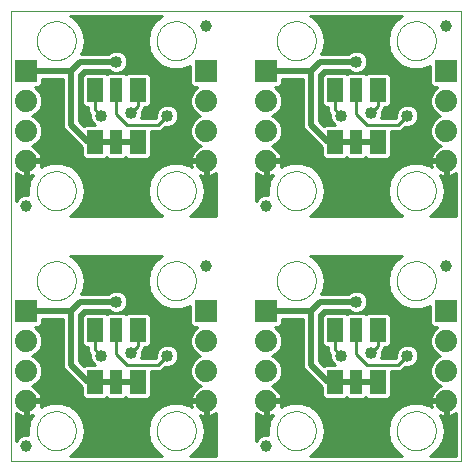
<source format=gbl>
G75*
G70*
%OFA0B0*%
%FSLAX24Y24*%
%IPPOS*%
%LPD*%
%AMOC8*
5,1,8,0,0,1.08239X$1,22.5*
%
%ADD10C,0.0000*%
%ADD11R,0.0551X0.0787*%
%ADD12R,0.0394X0.0787*%
%ADD13R,0.0740X0.0740*%
%ADD14C,0.0740*%
%ADD15C,0.0394*%
%ADD16C,0.0400*%
%ADD17C,0.0200*%
%ADD18C,0.0100*%
D10*
X013838Y004001D02*
X020838Y004001D01*
X021338Y004001D01*
X021838Y004001D01*
X028838Y004001D01*
X028838Y011001D01*
X028838Y011501D01*
X028838Y012001D01*
X028838Y019001D01*
X021838Y019001D01*
X021338Y019001D01*
X020838Y019001D01*
X013838Y019001D01*
X013838Y012001D01*
X013838Y011501D01*
X013838Y011001D01*
X013838Y004001D01*
X014688Y005001D02*
X014690Y005051D01*
X014696Y005101D01*
X014706Y005151D01*
X014719Y005199D01*
X014736Y005247D01*
X014757Y005293D01*
X014781Y005337D01*
X014809Y005379D01*
X014840Y005419D01*
X014874Y005456D01*
X014911Y005491D01*
X014950Y005522D01*
X014991Y005551D01*
X015035Y005576D01*
X015081Y005598D01*
X015128Y005616D01*
X015176Y005630D01*
X015225Y005641D01*
X015275Y005648D01*
X015325Y005651D01*
X015376Y005650D01*
X015426Y005645D01*
X015476Y005636D01*
X015524Y005624D01*
X015572Y005607D01*
X015618Y005587D01*
X015663Y005564D01*
X015706Y005537D01*
X015746Y005507D01*
X015784Y005474D01*
X015819Y005438D01*
X015852Y005399D01*
X015881Y005358D01*
X015907Y005315D01*
X015930Y005270D01*
X015949Y005223D01*
X015964Y005175D01*
X015976Y005126D01*
X015984Y005076D01*
X015988Y005026D01*
X015988Y004976D01*
X015984Y004926D01*
X015976Y004876D01*
X015964Y004827D01*
X015949Y004779D01*
X015930Y004732D01*
X015907Y004687D01*
X015881Y004644D01*
X015852Y004603D01*
X015819Y004564D01*
X015784Y004528D01*
X015746Y004495D01*
X015706Y004465D01*
X015663Y004438D01*
X015618Y004415D01*
X015572Y004395D01*
X015524Y004378D01*
X015476Y004366D01*
X015426Y004357D01*
X015376Y004352D01*
X015325Y004351D01*
X015275Y004354D01*
X015225Y004361D01*
X015176Y004372D01*
X015128Y004386D01*
X015081Y004404D01*
X015035Y004426D01*
X014991Y004451D01*
X014950Y004480D01*
X014911Y004511D01*
X014874Y004546D01*
X014840Y004583D01*
X014809Y004623D01*
X014781Y004665D01*
X014757Y004709D01*
X014736Y004755D01*
X014719Y004803D01*
X014706Y004851D01*
X014696Y004901D01*
X014690Y004951D01*
X014688Y005001D01*
X018688Y005001D02*
X018690Y005051D01*
X018696Y005101D01*
X018706Y005151D01*
X018719Y005199D01*
X018736Y005247D01*
X018757Y005293D01*
X018781Y005337D01*
X018809Y005379D01*
X018840Y005419D01*
X018874Y005456D01*
X018911Y005491D01*
X018950Y005522D01*
X018991Y005551D01*
X019035Y005576D01*
X019081Y005598D01*
X019128Y005616D01*
X019176Y005630D01*
X019225Y005641D01*
X019275Y005648D01*
X019325Y005651D01*
X019376Y005650D01*
X019426Y005645D01*
X019476Y005636D01*
X019524Y005624D01*
X019572Y005607D01*
X019618Y005587D01*
X019663Y005564D01*
X019706Y005537D01*
X019746Y005507D01*
X019784Y005474D01*
X019819Y005438D01*
X019852Y005399D01*
X019881Y005358D01*
X019907Y005315D01*
X019930Y005270D01*
X019949Y005223D01*
X019964Y005175D01*
X019976Y005126D01*
X019984Y005076D01*
X019988Y005026D01*
X019988Y004976D01*
X019984Y004926D01*
X019976Y004876D01*
X019964Y004827D01*
X019949Y004779D01*
X019930Y004732D01*
X019907Y004687D01*
X019881Y004644D01*
X019852Y004603D01*
X019819Y004564D01*
X019784Y004528D01*
X019746Y004495D01*
X019706Y004465D01*
X019663Y004438D01*
X019618Y004415D01*
X019572Y004395D01*
X019524Y004378D01*
X019476Y004366D01*
X019426Y004357D01*
X019376Y004352D01*
X019325Y004351D01*
X019275Y004354D01*
X019225Y004361D01*
X019176Y004372D01*
X019128Y004386D01*
X019081Y004404D01*
X019035Y004426D01*
X018991Y004451D01*
X018950Y004480D01*
X018911Y004511D01*
X018874Y004546D01*
X018840Y004583D01*
X018809Y004623D01*
X018781Y004665D01*
X018757Y004709D01*
X018736Y004755D01*
X018719Y004803D01*
X018706Y004851D01*
X018696Y004901D01*
X018690Y004951D01*
X018688Y005001D01*
X022688Y005001D02*
X022690Y005051D01*
X022696Y005101D01*
X022706Y005151D01*
X022719Y005199D01*
X022736Y005247D01*
X022757Y005293D01*
X022781Y005337D01*
X022809Y005379D01*
X022840Y005419D01*
X022874Y005456D01*
X022911Y005491D01*
X022950Y005522D01*
X022991Y005551D01*
X023035Y005576D01*
X023081Y005598D01*
X023128Y005616D01*
X023176Y005630D01*
X023225Y005641D01*
X023275Y005648D01*
X023325Y005651D01*
X023376Y005650D01*
X023426Y005645D01*
X023476Y005636D01*
X023524Y005624D01*
X023572Y005607D01*
X023618Y005587D01*
X023663Y005564D01*
X023706Y005537D01*
X023746Y005507D01*
X023784Y005474D01*
X023819Y005438D01*
X023852Y005399D01*
X023881Y005358D01*
X023907Y005315D01*
X023930Y005270D01*
X023949Y005223D01*
X023964Y005175D01*
X023976Y005126D01*
X023984Y005076D01*
X023988Y005026D01*
X023988Y004976D01*
X023984Y004926D01*
X023976Y004876D01*
X023964Y004827D01*
X023949Y004779D01*
X023930Y004732D01*
X023907Y004687D01*
X023881Y004644D01*
X023852Y004603D01*
X023819Y004564D01*
X023784Y004528D01*
X023746Y004495D01*
X023706Y004465D01*
X023663Y004438D01*
X023618Y004415D01*
X023572Y004395D01*
X023524Y004378D01*
X023476Y004366D01*
X023426Y004357D01*
X023376Y004352D01*
X023325Y004351D01*
X023275Y004354D01*
X023225Y004361D01*
X023176Y004372D01*
X023128Y004386D01*
X023081Y004404D01*
X023035Y004426D01*
X022991Y004451D01*
X022950Y004480D01*
X022911Y004511D01*
X022874Y004546D01*
X022840Y004583D01*
X022809Y004623D01*
X022781Y004665D01*
X022757Y004709D01*
X022736Y004755D01*
X022719Y004803D01*
X022706Y004851D01*
X022696Y004901D01*
X022690Y004951D01*
X022688Y005001D01*
X026688Y005001D02*
X026690Y005051D01*
X026696Y005101D01*
X026706Y005151D01*
X026719Y005199D01*
X026736Y005247D01*
X026757Y005293D01*
X026781Y005337D01*
X026809Y005379D01*
X026840Y005419D01*
X026874Y005456D01*
X026911Y005491D01*
X026950Y005522D01*
X026991Y005551D01*
X027035Y005576D01*
X027081Y005598D01*
X027128Y005616D01*
X027176Y005630D01*
X027225Y005641D01*
X027275Y005648D01*
X027325Y005651D01*
X027376Y005650D01*
X027426Y005645D01*
X027476Y005636D01*
X027524Y005624D01*
X027572Y005607D01*
X027618Y005587D01*
X027663Y005564D01*
X027706Y005537D01*
X027746Y005507D01*
X027784Y005474D01*
X027819Y005438D01*
X027852Y005399D01*
X027881Y005358D01*
X027907Y005315D01*
X027930Y005270D01*
X027949Y005223D01*
X027964Y005175D01*
X027976Y005126D01*
X027984Y005076D01*
X027988Y005026D01*
X027988Y004976D01*
X027984Y004926D01*
X027976Y004876D01*
X027964Y004827D01*
X027949Y004779D01*
X027930Y004732D01*
X027907Y004687D01*
X027881Y004644D01*
X027852Y004603D01*
X027819Y004564D01*
X027784Y004528D01*
X027746Y004495D01*
X027706Y004465D01*
X027663Y004438D01*
X027618Y004415D01*
X027572Y004395D01*
X027524Y004378D01*
X027476Y004366D01*
X027426Y004357D01*
X027376Y004352D01*
X027325Y004351D01*
X027275Y004354D01*
X027225Y004361D01*
X027176Y004372D01*
X027128Y004386D01*
X027081Y004404D01*
X027035Y004426D01*
X026991Y004451D01*
X026950Y004480D01*
X026911Y004511D01*
X026874Y004546D01*
X026840Y004583D01*
X026809Y004623D01*
X026781Y004665D01*
X026757Y004709D01*
X026736Y004755D01*
X026719Y004803D01*
X026706Y004851D01*
X026696Y004901D01*
X026690Y004951D01*
X026688Y005001D01*
X026688Y010001D02*
X026690Y010051D01*
X026696Y010101D01*
X026706Y010151D01*
X026719Y010199D01*
X026736Y010247D01*
X026757Y010293D01*
X026781Y010337D01*
X026809Y010379D01*
X026840Y010419D01*
X026874Y010456D01*
X026911Y010491D01*
X026950Y010522D01*
X026991Y010551D01*
X027035Y010576D01*
X027081Y010598D01*
X027128Y010616D01*
X027176Y010630D01*
X027225Y010641D01*
X027275Y010648D01*
X027325Y010651D01*
X027376Y010650D01*
X027426Y010645D01*
X027476Y010636D01*
X027524Y010624D01*
X027572Y010607D01*
X027618Y010587D01*
X027663Y010564D01*
X027706Y010537D01*
X027746Y010507D01*
X027784Y010474D01*
X027819Y010438D01*
X027852Y010399D01*
X027881Y010358D01*
X027907Y010315D01*
X027930Y010270D01*
X027949Y010223D01*
X027964Y010175D01*
X027976Y010126D01*
X027984Y010076D01*
X027988Y010026D01*
X027988Y009976D01*
X027984Y009926D01*
X027976Y009876D01*
X027964Y009827D01*
X027949Y009779D01*
X027930Y009732D01*
X027907Y009687D01*
X027881Y009644D01*
X027852Y009603D01*
X027819Y009564D01*
X027784Y009528D01*
X027746Y009495D01*
X027706Y009465D01*
X027663Y009438D01*
X027618Y009415D01*
X027572Y009395D01*
X027524Y009378D01*
X027476Y009366D01*
X027426Y009357D01*
X027376Y009352D01*
X027325Y009351D01*
X027275Y009354D01*
X027225Y009361D01*
X027176Y009372D01*
X027128Y009386D01*
X027081Y009404D01*
X027035Y009426D01*
X026991Y009451D01*
X026950Y009480D01*
X026911Y009511D01*
X026874Y009546D01*
X026840Y009583D01*
X026809Y009623D01*
X026781Y009665D01*
X026757Y009709D01*
X026736Y009755D01*
X026719Y009803D01*
X026706Y009851D01*
X026696Y009901D01*
X026690Y009951D01*
X026688Y010001D01*
X022688Y010001D02*
X022690Y010051D01*
X022696Y010101D01*
X022706Y010151D01*
X022719Y010199D01*
X022736Y010247D01*
X022757Y010293D01*
X022781Y010337D01*
X022809Y010379D01*
X022840Y010419D01*
X022874Y010456D01*
X022911Y010491D01*
X022950Y010522D01*
X022991Y010551D01*
X023035Y010576D01*
X023081Y010598D01*
X023128Y010616D01*
X023176Y010630D01*
X023225Y010641D01*
X023275Y010648D01*
X023325Y010651D01*
X023376Y010650D01*
X023426Y010645D01*
X023476Y010636D01*
X023524Y010624D01*
X023572Y010607D01*
X023618Y010587D01*
X023663Y010564D01*
X023706Y010537D01*
X023746Y010507D01*
X023784Y010474D01*
X023819Y010438D01*
X023852Y010399D01*
X023881Y010358D01*
X023907Y010315D01*
X023930Y010270D01*
X023949Y010223D01*
X023964Y010175D01*
X023976Y010126D01*
X023984Y010076D01*
X023988Y010026D01*
X023988Y009976D01*
X023984Y009926D01*
X023976Y009876D01*
X023964Y009827D01*
X023949Y009779D01*
X023930Y009732D01*
X023907Y009687D01*
X023881Y009644D01*
X023852Y009603D01*
X023819Y009564D01*
X023784Y009528D01*
X023746Y009495D01*
X023706Y009465D01*
X023663Y009438D01*
X023618Y009415D01*
X023572Y009395D01*
X023524Y009378D01*
X023476Y009366D01*
X023426Y009357D01*
X023376Y009352D01*
X023325Y009351D01*
X023275Y009354D01*
X023225Y009361D01*
X023176Y009372D01*
X023128Y009386D01*
X023081Y009404D01*
X023035Y009426D01*
X022991Y009451D01*
X022950Y009480D01*
X022911Y009511D01*
X022874Y009546D01*
X022840Y009583D01*
X022809Y009623D01*
X022781Y009665D01*
X022757Y009709D01*
X022736Y009755D01*
X022719Y009803D01*
X022706Y009851D01*
X022696Y009901D01*
X022690Y009951D01*
X022688Y010001D01*
X018688Y010001D02*
X018690Y010051D01*
X018696Y010101D01*
X018706Y010151D01*
X018719Y010199D01*
X018736Y010247D01*
X018757Y010293D01*
X018781Y010337D01*
X018809Y010379D01*
X018840Y010419D01*
X018874Y010456D01*
X018911Y010491D01*
X018950Y010522D01*
X018991Y010551D01*
X019035Y010576D01*
X019081Y010598D01*
X019128Y010616D01*
X019176Y010630D01*
X019225Y010641D01*
X019275Y010648D01*
X019325Y010651D01*
X019376Y010650D01*
X019426Y010645D01*
X019476Y010636D01*
X019524Y010624D01*
X019572Y010607D01*
X019618Y010587D01*
X019663Y010564D01*
X019706Y010537D01*
X019746Y010507D01*
X019784Y010474D01*
X019819Y010438D01*
X019852Y010399D01*
X019881Y010358D01*
X019907Y010315D01*
X019930Y010270D01*
X019949Y010223D01*
X019964Y010175D01*
X019976Y010126D01*
X019984Y010076D01*
X019988Y010026D01*
X019988Y009976D01*
X019984Y009926D01*
X019976Y009876D01*
X019964Y009827D01*
X019949Y009779D01*
X019930Y009732D01*
X019907Y009687D01*
X019881Y009644D01*
X019852Y009603D01*
X019819Y009564D01*
X019784Y009528D01*
X019746Y009495D01*
X019706Y009465D01*
X019663Y009438D01*
X019618Y009415D01*
X019572Y009395D01*
X019524Y009378D01*
X019476Y009366D01*
X019426Y009357D01*
X019376Y009352D01*
X019325Y009351D01*
X019275Y009354D01*
X019225Y009361D01*
X019176Y009372D01*
X019128Y009386D01*
X019081Y009404D01*
X019035Y009426D01*
X018991Y009451D01*
X018950Y009480D01*
X018911Y009511D01*
X018874Y009546D01*
X018840Y009583D01*
X018809Y009623D01*
X018781Y009665D01*
X018757Y009709D01*
X018736Y009755D01*
X018719Y009803D01*
X018706Y009851D01*
X018696Y009901D01*
X018690Y009951D01*
X018688Y010001D01*
X014688Y010001D02*
X014690Y010051D01*
X014696Y010101D01*
X014706Y010151D01*
X014719Y010199D01*
X014736Y010247D01*
X014757Y010293D01*
X014781Y010337D01*
X014809Y010379D01*
X014840Y010419D01*
X014874Y010456D01*
X014911Y010491D01*
X014950Y010522D01*
X014991Y010551D01*
X015035Y010576D01*
X015081Y010598D01*
X015128Y010616D01*
X015176Y010630D01*
X015225Y010641D01*
X015275Y010648D01*
X015325Y010651D01*
X015376Y010650D01*
X015426Y010645D01*
X015476Y010636D01*
X015524Y010624D01*
X015572Y010607D01*
X015618Y010587D01*
X015663Y010564D01*
X015706Y010537D01*
X015746Y010507D01*
X015784Y010474D01*
X015819Y010438D01*
X015852Y010399D01*
X015881Y010358D01*
X015907Y010315D01*
X015930Y010270D01*
X015949Y010223D01*
X015964Y010175D01*
X015976Y010126D01*
X015984Y010076D01*
X015988Y010026D01*
X015988Y009976D01*
X015984Y009926D01*
X015976Y009876D01*
X015964Y009827D01*
X015949Y009779D01*
X015930Y009732D01*
X015907Y009687D01*
X015881Y009644D01*
X015852Y009603D01*
X015819Y009564D01*
X015784Y009528D01*
X015746Y009495D01*
X015706Y009465D01*
X015663Y009438D01*
X015618Y009415D01*
X015572Y009395D01*
X015524Y009378D01*
X015476Y009366D01*
X015426Y009357D01*
X015376Y009352D01*
X015325Y009351D01*
X015275Y009354D01*
X015225Y009361D01*
X015176Y009372D01*
X015128Y009386D01*
X015081Y009404D01*
X015035Y009426D01*
X014991Y009451D01*
X014950Y009480D01*
X014911Y009511D01*
X014874Y009546D01*
X014840Y009583D01*
X014809Y009623D01*
X014781Y009665D01*
X014757Y009709D01*
X014736Y009755D01*
X014719Y009803D01*
X014706Y009851D01*
X014696Y009901D01*
X014690Y009951D01*
X014688Y010001D01*
X014688Y013001D02*
X014690Y013051D01*
X014696Y013101D01*
X014706Y013151D01*
X014719Y013199D01*
X014736Y013247D01*
X014757Y013293D01*
X014781Y013337D01*
X014809Y013379D01*
X014840Y013419D01*
X014874Y013456D01*
X014911Y013491D01*
X014950Y013522D01*
X014991Y013551D01*
X015035Y013576D01*
X015081Y013598D01*
X015128Y013616D01*
X015176Y013630D01*
X015225Y013641D01*
X015275Y013648D01*
X015325Y013651D01*
X015376Y013650D01*
X015426Y013645D01*
X015476Y013636D01*
X015524Y013624D01*
X015572Y013607D01*
X015618Y013587D01*
X015663Y013564D01*
X015706Y013537D01*
X015746Y013507D01*
X015784Y013474D01*
X015819Y013438D01*
X015852Y013399D01*
X015881Y013358D01*
X015907Y013315D01*
X015930Y013270D01*
X015949Y013223D01*
X015964Y013175D01*
X015976Y013126D01*
X015984Y013076D01*
X015988Y013026D01*
X015988Y012976D01*
X015984Y012926D01*
X015976Y012876D01*
X015964Y012827D01*
X015949Y012779D01*
X015930Y012732D01*
X015907Y012687D01*
X015881Y012644D01*
X015852Y012603D01*
X015819Y012564D01*
X015784Y012528D01*
X015746Y012495D01*
X015706Y012465D01*
X015663Y012438D01*
X015618Y012415D01*
X015572Y012395D01*
X015524Y012378D01*
X015476Y012366D01*
X015426Y012357D01*
X015376Y012352D01*
X015325Y012351D01*
X015275Y012354D01*
X015225Y012361D01*
X015176Y012372D01*
X015128Y012386D01*
X015081Y012404D01*
X015035Y012426D01*
X014991Y012451D01*
X014950Y012480D01*
X014911Y012511D01*
X014874Y012546D01*
X014840Y012583D01*
X014809Y012623D01*
X014781Y012665D01*
X014757Y012709D01*
X014736Y012755D01*
X014719Y012803D01*
X014706Y012851D01*
X014696Y012901D01*
X014690Y012951D01*
X014688Y013001D01*
X018688Y013001D02*
X018690Y013051D01*
X018696Y013101D01*
X018706Y013151D01*
X018719Y013199D01*
X018736Y013247D01*
X018757Y013293D01*
X018781Y013337D01*
X018809Y013379D01*
X018840Y013419D01*
X018874Y013456D01*
X018911Y013491D01*
X018950Y013522D01*
X018991Y013551D01*
X019035Y013576D01*
X019081Y013598D01*
X019128Y013616D01*
X019176Y013630D01*
X019225Y013641D01*
X019275Y013648D01*
X019325Y013651D01*
X019376Y013650D01*
X019426Y013645D01*
X019476Y013636D01*
X019524Y013624D01*
X019572Y013607D01*
X019618Y013587D01*
X019663Y013564D01*
X019706Y013537D01*
X019746Y013507D01*
X019784Y013474D01*
X019819Y013438D01*
X019852Y013399D01*
X019881Y013358D01*
X019907Y013315D01*
X019930Y013270D01*
X019949Y013223D01*
X019964Y013175D01*
X019976Y013126D01*
X019984Y013076D01*
X019988Y013026D01*
X019988Y012976D01*
X019984Y012926D01*
X019976Y012876D01*
X019964Y012827D01*
X019949Y012779D01*
X019930Y012732D01*
X019907Y012687D01*
X019881Y012644D01*
X019852Y012603D01*
X019819Y012564D01*
X019784Y012528D01*
X019746Y012495D01*
X019706Y012465D01*
X019663Y012438D01*
X019618Y012415D01*
X019572Y012395D01*
X019524Y012378D01*
X019476Y012366D01*
X019426Y012357D01*
X019376Y012352D01*
X019325Y012351D01*
X019275Y012354D01*
X019225Y012361D01*
X019176Y012372D01*
X019128Y012386D01*
X019081Y012404D01*
X019035Y012426D01*
X018991Y012451D01*
X018950Y012480D01*
X018911Y012511D01*
X018874Y012546D01*
X018840Y012583D01*
X018809Y012623D01*
X018781Y012665D01*
X018757Y012709D01*
X018736Y012755D01*
X018719Y012803D01*
X018706Y012851D01*
X018696Y012901D01*
X018690Y012951D01*
X018688Y013001D01*
X022688Y013001D02*
X022690Y013051D01*
X022696Y013101D01*
X022706Y013151D01*
X022719Y013199D01*
X022736Y013247D01*
X022757Y013293D01*
X022781Y013337D01*
X022809Y013379D01*
X022840Y013419D01*
X022874Y013456D01*
X022911Y013491D01*
X022950Y013522D01*
X022991Y013551D01*
X023035Y013576D01*
X023081Y013598D01*
X023128Y013616D01*
X023176Y013630D01*
X023225Y013641D01*
X023275Y013648D01*
X023325Y013651D01*
X023376Y013650D01*
X023426Y013645D01*
X023476Y013636D01*
X023524Y013624D01*
X023572Y013607D01*
X023618Y013587D01*
X023663Y013564D01*
X023706Y013537D01*
X023746Y013507D01*
X023784Y013474D01*
X023819Y013438D01*
X023852Y013399D01*
X023881Y013358D01*
X023907Y013315D01*
X023930Y013270D01*
X023949Y013223D01*
X023964Y013175D01*
X023976Y013126D01*
X023984Y013076D01*
X023988Y013026D01*
X023988Y012976D01*
X023984Y012926D01*
X023976Y012876D01*
X023964Y012827D01*
X023949Y012779D01*
X023930Y012732D01*
X023907Y012687D01*
X023881Y012644D01*
X023852Y012603D01*
X023819Y012564D01*
X023784Y012528D01*
X023746Y012495D01*
X023706Y012465D01*
X023663Y012438D01*
X023618Y012415D01*
X023572Y012395D01*
X023524Y012378D01*
X023476Y012366D01*
X023426Y012357D01*
X023376Y012352D01*
X023325Y012351D01*
X023275Y012354D01*
X023225Y012361D01*
X023176Y012372D01*
X023128Y012386D01*
X023081Y012404D01*
X023035Y012426D01*
X022991Y012451D01*
X022950Y012480D01*
X022911Y012511D01*
X022874Y012546D01*
X022840Y012583D01*
X022809Y012623D01*
X022781Y012665D01*
X022757Y012709D01*
X022736Y012755D01*
X022719Y012803D01*
X022706Y012851D01*
X022696Y012901D01*
X022690Y012951D01*
X022688Y013001D01*
X026688Y013001D02*
X026690Y013051D01*
X026696Y013101D01*
X026706Y013151D01*
X026719Y013199D01*
X026736Y013247D01*
X026757Y013293D01*
X026781Y013337D01*
X026809Y013379D01*
X026840Y013419D01*
X026874Y013456D01*
X026911Y013491D01*
X026950Y013522D01*
X026991Y013551D01*
X027035Y013576D01*
X027081Y013598D01*
X027128Y013616D01*
X027176Y013630D01*
X027225Y013641D01*
X027275Y013648D01*
X027325Y013651D01*
X027376Y013650D01*
X027426Y013645D01*
X027476Y013636D01*
X027524Y013624D01*
X027572Y013607D01*
X027618Y013587D01*
X027663Y013564D01*
X027706Y013537D01*
X027746Y013507D01*
X027784Y013474D01*
X027819Y013438D01*
X027852Y013399D01*
X027881Y013358D01*
X027907Y013315D01*
X027930Y013270D01*
X027949Y013223D01*
X027964Y013175D01*
X027976Y013126D01*
X027984Y013076D01*
X027988Y013026D01*
X027988Y012976D01*
X027984Y012926D01*
X027976Y012876D01*
X027964Y012827D01*
X027949Y012779D01*
X027930Y012732D01*
X027907Y012687D01*
X027881Y012644D01*
X027852Y012603D01*
X027819Y012564D01*
X027784Y012528D01*
X027746Y012495D01*
X027706Y012465D01*
X027663Y012438D01*
X027618Y012415D01*
X027572Y012395D01*
X027524Y012378D01*
X027476Y012366D01*
X027426Y012357D01*
X027376Y012352D01*
X027325Y012351D01*
X027275Y012354D01*
X027225Y012361D01*
X027176Y012372D01*
X027128Y012386D01*
X027081Y012404D01*
X027035Y012426D01*
X026991Y012451D01*
X026950Y012480D01*
X026911Y012511D01*
X026874Y012546D01*
X026840Y012583D01*
X026809Y012623D01*
X026781Y012665D01*
X026757Y012709D01*
X026736Y012755D01*
X026719Y012803D01*
X026706Y012851D01*
X026696Y012901D01*
X026690Y012951D01*
X026688Y013001D01*
X026688Y018001D02*
X026690Y018051D01*
X026696Y018101D01*
X026706Y018151D01*
X026719Y018199D01*
X026736Y018247D01*
X026757Y018293D01*
X026781Y018337D01*
X026809Y018379D01*
X026840Y018419D01*
X026874Y018456D01*
X026911Y018491D01*
X026950Y018522D01*
X026991Y018551D01*
X027035Y018576D01*
X027081Y018598D01*
X027128Y018616D01*
X027176Y018630D01*
X027225Y018641D01*
X027275Y018648D01*
X027325Y018651D01*
X027376Y018650D01*
X027426Y018645D01*
X027476Y018636D01*
X027524Y018624D01*
X027572Y018607D01*
X027618Y018587D01*
X027663Y018564D01*
X027706Y018537D01*
X027746Y018507D01*
X027784Y018474D01*
X027819Y018438D01*
X027852Y018399D01*
X027881Y018358D01*
X027907Y018315D01*
X027930Y018270D01*
X027949Y018223D01*
X027964Y018175D01*
X027976Y018126D01*
X027984Y018076D01*
X027988Y018026D01*
X027988Y017976D01*
X027984Y017926D01*
X027976Y017876D01*
X027964Y017827D01*
X027949Y017779D01*
X027930Y017732D01*
X027907Y017687D01*
X027881Y017644D01*
X027852Y017603D01*
X027819Y017564D01*
X027784Y017528D01*
X027746Y017495D01*
X027706Y017465D01*
X027663Y017438D01*
X027618Y017415D01*
X027572Y017395D01*
X027524Y017378D01*
X027476Y017366D01*
X027426Y017357D01*
X027376Y017352D01*
X027325Y017351D01*
X027275Y017354D01*
X027225Y017361D01*
X027176Y017372D01*
X027128Y017386D01*
X027081Y017404D01*
X027035Y017426D01*
X026991Y017451D01*
X026950Y017480D01*
X026911Y017511D01*
X026874Y017546D01*
X026840Y017583D01*
X026809Y017623D01*
X026781Y017665D01*
X026757Y017709D01*
X026736Y017755D01*
X026719Y017803D01*
X026706Y017851D01*
X026696Y017901D01*
X026690Y017951D01*
X026688Y018001D01*
X022688Y018001D02*
X022690Y018051D01*
X022696Y018101D01*
X022706Y018151D01*
X022719Y018199D01*
X022736Y018247D01*
X022757Y018293D01*
X022781Y018337D01*
X022809Y018379D01*
X022840Y018419D01*
X022874Y018456D01*
X022911Y018491D01*
X022950Y018522D01*
X022991Y018551D01*
X023035Y018576D01*
X023081Y018598D01*
X023128Y018616D01*
X023176Y018630D01*
X023225Y018641D01*
X023275Y018648D01*
X023325Y018651D01*
X023376Y018650D01*
X023426Y018645D01*
X023476Y018636D01*
X023524Y018624D01*
X023572Y018607D01*
X023618Y018587D01*
X023663Y018564D01*
X023706Y018537D01*
X023746Y018507D01*
X023784Y018474D01*
X023819Y018438D01*
X023852Y018399D01*
X023881Y018358D01*
X023907Y018315D01*
X023930Y018270D01*
X023949Y018223D01*
X023964Y018175D01*
X023976Y018126D01*
X023984Y018076D01*
X023988Y018026D01*
X023988Y017976D01*
X023984Y017926D01*
X023976Y017876D01*
X023964Y017827D01*
X023949Y017779D01*
X023930Y017732D01*
X023907Y017687D01*
X023881Y017644D01*
X023852Y017603D01*
X023819Y017564D01*
X023784Y017528D01*
X023746Y017495D01*
X023706Y017465D01*
X023663Y017438D01*
X023618Y017415D01*
X023572Y017395D01*
X023524Y017378D01*
X023476Y017366D01*
X023426Y017357D01*
X023376Y017352D01*
X023325Y017351D01*
X023275Y017354D01*
X023225Y017361D01*
X023176Y017372D01*
X023128Y017386D01*
X023081Y017404D01*
X023035Y017426D01*
X022991Y017451D01*
X022950Y017480D01*
X022911Y017511D01*
X022874Y017546D01*
X022840Y017583D01*
X022809Y017623D01*
X022781Y017665D01*
X022757Y017709D01*
X022736Y017755D01*
X022719Y017803D01*
X022706Y017851D01*
X022696Y017901D01*
X022690Y017951D01*
X022688Y018001D01*
X018688Y018001D02*
X018690Y018051D01*
X018696Y018101D01*
X018706Y018151D01*
X018719Y018199D01*
X018736Y018247D01*
X018757Y018293D01*
X018781Y018337D01*
X018809Y018379D01*
X018840Y018419D01*
X018874Y018456D01*
X018911Y018491D01*
X018950Y018522D01*
X018991Y018551D01*
X019035Y018576D01*
X019081Y018598D01*
X019128Y018616D01*
X019176Y018630D01*
X019225Y018641D01*
X019275Y018648D01*
X019325Y018651D01*
X019376Y018650D01*
X019426Y018645D01*
X019476Y018636D01*
X019524Y018624D01*
X019572Y018607D01*
X019618Y018587D01*
X019663Y018564D01*
X019706Y018537D01*
X019746Y018507D01*
X019784Y018474D01*
X019819Y018438D01*
X019852Y018399D01*
X019881Y018358D01*
X019907Y018315D01*
X019930Y018270D01*
X019949Y018223D01*
X019964Y018175D01*
X019976Y018126D01*
X019984Y018076D01*
X019988Y018026D01*
X019988Y017976D01*
X019984Y017926D01*
X019976Y017876D01*
X019964Y017827D01*
X019949Y017779D01*
X019930Y017732D01*
X019907Y017687D01*
X019881Y017644D01*
X019852Y017603D01*
X019819Y017564D01*
X019784Y017528D01*
X019746Y017495D01*
X019706Y017465D01*
X019663Y017438D01*
X019618Y017415D01*
X019572Y017395D01*
X019524Y017378D01*
X019476Y017366D01*
X019426Y017357D01*
X019376Y017352D01*
X019325Y017351D01*
X019275Y017354D01*
X019225Y017361D01*
X019176Y017372D01*
X019128Y017386D01*
X019081Y017404D01*
X019035Y017426D01*
X018991Y017451D01*
X018950Y017480D01*
X018911Y017511D01*
X018874Y017546D01*
X018840Y017583D01*
X018809Y017623D01*
X018781Y017665D01*
X018757Y017709D01*
X018736Y017755D01*
X018719Y017803D01*
X018706Y017851D01*
X018696Y017901D01*
X018690Y017951D01*
X018688Y018001D01*
X014688Y018001D02*
X014690Y018051D01*
X014696Y018101D01*
X014706Y018151D01*
X014719Y018199D01*
X014736Y018247D01*
X014757Y018293D01*
X014781Y018337D01*
X014809Y018379D01*
X014840Y018419D01*
X014874Y018456D01*
X014911Y018491D01*
X014950Y018522D01*
X014991Y018551D01*
X015035Y018576D01*
X015081Y018598D01*
X015128Y018616D01*
X015176Y018630D01*
X015225Y018641D01*
X015275Y018648D01*
X015325Y018651D01*
X015376Y018650D01*
X015426Y018645D01*
X015476Y018636D01*
X015524Y018624D01*
X015572Y018607D01*
X015618Y018587D01*
X015663Y018564D01*
X015706Y018537D01*
X015746Y018507D01*
X015784Y018474D01*
X015819Y018438D01*
X015852Y018399D01*
X015881Y018358D01*
X015907Y018315D01*
X015930Y018270D01*
X015949Y018223D01*
X015964Y018175D01*
X015976Y018126D01*
X015984Y018076D01*
X015988Y018026D01*
X015988Y017976D01*
X015984Y017926D01*
X015976Y017876D01*
X015964Y017827D01*
X015949Y017779D01*
X015930Y017732D01*
X015907Y017687D01*
X015881Y017644D01*
X015852Y017603D01*
X015819Y017564D01*
X015784Y017528D01*
X015746Y017495D01*
X015706Y017465D01*
X015663Y017438D01*
X015618Y017415D01*
X015572Y017395D01*
X015524Y017378D01*
X015476Y017366D01*
X015426Y017357D01*
X015376Y017352D01*
X015325Y017351D01*
X015275Y017354D01*
X015225Y017361D01*
X015176Y017372D01*
X015128Y017386D01*
X015081Y017404D01*
X015035Y017426D01*
X014991Y017451D01*
X014950Y017480D01*
X014911Y017511D01*
X014874Y017546D01*
X014840Y017583D01*
X014809Y017623D01*
X014781Y017665D01*
X014757Y017709D01*
X014736Y017755D01*
X014719Y017803D01*
X014706Y017851D01*
X014696Y017901D01*
X014690Y017951D01*
X014688Y018001D01*
D11*
X016629Y016367D03*
X018047Y016367D03*
X018047Y014635D03*
X016629Y014635D03*
X024629Y014635D03*
X026047Y014635D03*
X026047Y016367D03*
X024629Y016367D03*
X024629Y008367D03*
X026047Y008367D03*
X026047Y006635D03*
X024629Y006635D03*
X018047Y006635D03*
X016629Y006635D03*
X016629Y008367D03*
X018047Y008367D03*
D12*
X017338Y008367D03*
X017338Y006635D03*
X025338Y006635D03*
X025338Y008367D03*
X025338Y014635D03*
X025338Y016367D03*
X017338Y016367D03*
X017338Y014635D03*
D13*
X014338Y017001D03*
X020338Y017001D03*
X022338Y017001D03*
X028338Y017001D03*
X028338Y009001D03*
X022338Y009001D03*
X020338Y009001D03*
X014338Y009001D03*
D14*
X014338Y008001D03*
X014338Y007001D03*
X014338Y006001D03*
X020338Y006001D03*
X022338Y006001D03*
X022338Y007001D03*
X020338Y007001D03*
X020338Y008001D03*
X022338Y008001D03*
X028338Y008001D03*
X028338Y007001D03*
X028338Y006001D03*
X028338Y014001D03*
X028338Y015001D03*
X028338Y016001D03*
X022338Y016001D03*
X020338Y016001D03*
X020338Y015001D03*
X022338Y015001D03*
X022338Y014001D03*
X020338Y014001D03*
X014338Y014001D03*
X014338Y015001D03*
X014338Y016001D03*
D15*
X020338Y018501D03*
X028338Y018501D03*
X022338Y012501D03*
X020338Y010501D03*
X014338Y012501D03*
X028338Y010501D03*
X022338Y004501D03*
X014338Y004501D03*
D16*
X016738Y005701D03*
X016838Y007501D03*
X017838Y007601D03*
X019038Y007501D03*
X017338Y009301D03*
X016538Y009751D03*
X024538Y009751D03*
X025338Y009301D03*
X025838Y007601D03*
X027038Y007501D03*
X024838Y007501D03*
X024738Y005701D03*
X024738Y013701D03*
X024838Y015501D03*
X025838Y015601D03*
X027038Y015501D03*
X025338Y017301D03*
X024538Y017751D03*
X019038Y015501D03*
X017838Y015601D03*
X016838Y015501D03*
X017338Y017301D03*
X016538Y017751D03*
X016738Y013701D03*
D17*
X016629Y014635D02*
X016404Y014635D01*
X015838Y015201D01*
X015838Y017001D01*
X014338Y017001D01*
X015838Y017001D02*
X016138Y017301D01*
X017338Y017301D01*
X022338Y017001D02*
X023838Y017001D01*
X023838Y015201D01*
X024404Y014635D01*
X024629Y014635D01*
X025338Y014635D01*
X026047Y014635D01*
X025338Y014635D01*
X023838Y017001D02*
X024138Y017301D01*
X025338Y017301D01*
X018047Y014635D02*
X017338Y014635D01*
X016629Y014635D01*
X017338Y014635D02*
X018047Y014635D01*
X017338Y009301D02*
X016138Y009301D01*
X015838Y009001D01*
X015838Y007201D01*
X016404Y006635D01*
X016629Y006635D01*
X017338Y006635D01*
X018047Y006635D01*
X017338Y006635D01*
X015838Y009001D02*
X014338Y009001D01*
X022338Y009001D02*
X023838Y009001D01*
X023838Y007201D01*
X024404Y006635D01*
X024629Y006635D01*
X025338Y006635D01*
X026047Y006635D01*
X025338Y006635D01*
X023838Y009001D02*
X024138Y009301D01*
X025338Y009301D01*
D18*
X025085Y009571D02*
X024192Y009571D01*
X024175Y009571D01*
X024235Y009675D01*
X024293Y010001D01*
X024293Y010001D01*
X024235Y010328D01*
X024069Y010615D01*
X023815Y010828D01*
X023806Y010831D01*
X026870Y010831D01*
X026861Y010828D01*
X026607Y010615D01*
X026607Y010615D01*
X026607Y010615D01*
X026441Y010328D01*
X026441Y010328D01*
X026384Y010001D01*
X026441Y009675D01*
X026607Y009388D01*
X026607Y009388D01*
X026861Y009175D01*
X027172Y009061D01*
X027172Y009061D01*
X027338Y009061D01*
X027425Y009061D01*
X027504Y009061D01*
X027798Y009168D01*
X027798Y008561D01*
X027898Y008461D01*
X028038Y008461D01*
X028032Y008459D01*
X027880Y008307D01*
X027798Y008109D01*
X027798Y007894D01*
X027880Y007695D01*
X028032Y007543D01*
X028134Y007501D01*
X028032Y007459D01*
X027880Y007307D01*
X027798Y007109D01*
X027798Y006894D01*
X027880Y006695D01*
X028032Y006543D01*
X028161Y006490D01*
X028138Y006483D01*
X028066Y006446D01*
X027999Y006398D01*
X027941Y006340D01*
X027893Y006274D01*
X027856Y006201D01*
X027831Y006123D01*
X027820Y006051D01*
X028288Y006051D01*
X028288Y005951D01*
X028388Y005951D01*
X028388Y005483D01*
X028460Y005494D01*
X028538Y005519D01*
X028611Y005556D01*
X028668Y005598D01*
X028668Y004171D01*
X027806Y004171D01*
X027815Y004175D01*
X028069Y004388D01*
X028235Y004675D01*
X028293Y005001D01*
X028293Y005001D01*
X028235Y005328D01*
X028118Y005530D01*
X028138Y005519D01*
X028216Y005494D01*
X028288Y005483D01*
X028288Y005951D01*
X027820Y005951D01*
X027831Y005879D01*
X027856Y005802D01*
X027863Y005787D01*
X027815Y005828D01*
X027504Y005941D01*
X027425Y005941D01*
X027338Y005941D01*
X027321Y005941D01*
X027251Y005941D01*
X027172Y005941D01*
X026861Y005828D01*
X026607Y005615D01*
X026607Y005615D01*
X026607Y005615D01*
X026441Y005328D01*
X026441Y005328D01*
X026384Y005001D01*
X026441Y004675D01*
X026607Y004388D01*
X026607Y004388D01*
X026861Y004175D01*
X026870Y004171D01*
X023806Y004171D01*
X023815Y004175D01*
X024069Y004388D01*
X024235Y004675D01*
X024293Y005001D01*
X024293Y005001D01*
X024235Y005328D01*
X024069Y005615D01*
X023815Y005828D01*
X023504Y005941D01*
X023425Y005941D01*
X023338Y005941D01*
X023172Y005941D01*
X022861Y005828D01*
X022813Y005787D01*
X022820Y005802D01*
X022845Y005879D01*
X022857Y005951D01*
X022388Y005951D01*
X022388Y005483D01*
X022460Y005494D01*
X022538Y005519D01*
X022558Y005530D01*
X022441Y005328D01*
X022441Y005328D01*
X022384Y005001D01*
X022407Y004868D01*
X022265Y004868D01*
X022130Y004812D01*
X022027Y004709D01*
X022008Y004663D01*
X022008Y005598D01*
X022066Y005556D01*
X022138Y005519D01*
X022216Y005494D01*
X022288Y005483D01*
X022288Y005951D01*
X022388Y005951D01*
X022388Y006051D01*
X022857Y006051D01*
X022845Y006123D01*
X022820Y006201D01*
X022783Y006274D01*
X022735Y006340D01*
X022677Y006398D01*
X022611Y006446D01*
X022538Y006483D01*
X022516Y006490D01*
X022644Y006543D01*
X022796Y006695D01*
X022878Y006894D01*
X022878Y007109D01*
X022796Y007307D01*
X022644Y007459D01*
X022542Y007501D01*
X022644Y007543D01*
X022796Y007695D01*
X022878Y007894D01*
X022878Y008109D01*
X022796Y008307D01*
X022644Y008459D01*
X022638Y008461D01*
X022779Y008461D01*
X022878Y008561D01*
X022878Y008731D01*
X023568Y008731D01*
X023568Y007255D01*
X023568Y007148D01*
X023609Y007048D01*
X024184Y006474D01*
X024184Y006171D01*
X024283Y006071D01*
X024975Y006071D01*
X025023Y006119D01*
X025071Y006071D01*
X025605Y006071D01*
X025653Y006119D01*
X025701Y006071D01*
X026393Y006071D01*
X026492Y006171D01*
X026492Y006981D01*
X026647Y006981D01*
X026829Y006981D01*
X026979Y007131D01*
X027112Y007131D01*
X027248Y007188D01*
X027352Y007292D01*
X027408Y007428D01*
X027408Y007575D01*
X027352Y007711D01*
X027248Y007815D01*
X027112Y007871D01*
X026964Y007871D01*
X026829Y007815D01*
X026724Y007711D01*
X026668Y007575D01*
X026668Y007442D01*
X026647Y007421D01*
X026164Y007421D01*
X026208Y007528D01*
X026208Y007660D01*
X026267Y007719D01*
X026267Y007804D01*
X026393Y007804D01*
X026492Y007903D01*
X026492Y008831D01*
X026393Y008931D01*
X025701Y008931D01*
X025653Y008883D01*
X025605Y008931D01*
X025071Y008931D01*
X025023Y008883D01*
X024975Y008931D01*
X024283Y008931D01*
X024184Y008831D01*
X024184Y007903D01*
X024283Y007804D01*
X024409Y007804D01*
X024409Y007801D01*
X024409Y007619D01*
X024468Y007560D01*
X024468Y007428D01*
X024524Y007292D01*
X024617Y007199D01*
X024283Y007199D01*
X024253Y007168D01*
X024108Y007313D01*
X024108Y008889D01*
X024250Y009031D01*
X025085Y009031D01*
X025129Y008988D01*
X025264Y008931D01*
X025412Y008931D01*
X025548Y008988D01*
X025652Y009092D01*
X025708Y009228D01*
X025708Y009375D01*
X025652Y009511D01*
X025548Y009615D01*
X025412Y009671D01*
X025264Y009671D01*
X025129Y009615D01*
X025085Y009571D01*
X025137Y009618D02*
X024202Y009618D01*
X024235Y009675D02*
X024235Y009675D01*
X024242Y009717D02*
X026434Y009717D01*
X026441Y009675D02*
X026441Y009675D01*
X026474Y009618D02*
X025540Y009618D01*
X025643Y009520D02*
X026531Y009520D01*
X026588Y009421D02*
X025689Y009421D01*
X025708Y009323D02*
X026685Y009323D01*
X026802Y009224D02*
X025707Y009224D01*
X025666Y009126D02*
X026996Y009126D01*
X026861Y009175D02*
X026861Y009175D01*
X026395Y008928D02*
X027798Y008928D01*
X027798Y008830D02*
X026492Y008830D01*
X026492Y008731D02*
X027798Y008731D01*
X027798Y008633D02*
X026492Y008633D01*
X026492Y008534D02*
X027825Y008534D01*
X028009Y008436D02*
X026492Y008436D01*
X026492Y008337D02*
X027910Y008337D01*
X027852Y008239D02*
X026492Y008239D01*
X026492Y008140D02*
X027811Y008140D01*
X027798Y008042D02*
X026492Y008042D01*
X026492Y007943D02*
X027798Y007943D01*
X027819Y007844D02*
X027176Y007844D01*
X027317Y007746D02*
X027859Y007746D01*
X027928Y007647D02*
X027378Y007647D01*
X027408Y007549D02*
X028027Y007549D01*
X028023Y007450D02*
X027408Y007450D01*
X027377Y007352D02*
X027925Y007352D01*
X027858Y007253D02*
X027313Y007253D01*
X027168Y007155D02*
X027817Y007155D01*
X027798Y007056D02*
X026904Y007056D01*
X026738Y007201D02*
X027038Y007501D01*
X026698Y007647D02*
X026208Y007647D01*
X026208Y007549D02*
X026668Y007549D01*
X026668Y007450D02*
X026176Y007450D01*
X025838Y007601D02*
X026047Y007810D01*
X026047Y008367D01*
X025338Y008367D02*
X025338Y007551D01*
X025688Y007201D01*
X026738Y007201D01*
X026492Y006958D02*
X027798Y006958D01*
X027813Y006859D02*
X026492Y006859D01*
X026492Y006760D02*
X027853Y006760D01*
X027914Y006662D02*
X026492Y006662D01*
X026492Y006563D02*
X028012Y006563D01*
X028103Y006465D02*
X026492Y006465D01*
X026492Y006366D02*
X027968Y006366D01*
X027890Y006268D02*
X026492Y006268D01*
X026491Y006169D02*
X027846Y006169D01*
X027823Y006071D02*
X022854Y006071D01*
X022830Y006169D02*
X024186Y006169D01*
X024184Y006268D02*
X022786Y006268D01*
X022708Y006366D02*
X024184Y006366D01*
X024184Y006465D02*
X022574Y006465D01*
X022664Y006563D02*
X024094Y006563D01*
X023996Y006662D02*
X022762Y006662D01*
X022823Y006760D02*
X023897Y006760D01*
X023799Y006859D02*
X022864Y006859D01*
X022878Y006958D02*
X023700Y006958D01*
X023606Y007056D02*
X022878Y007056D01*
X022859Y007155D02*
X023568Y007155D01*
X023568Y007253D02*
X022818Y007253D01*
X022751Y007352D02*
X023568Y007352D01*
X023568Y007450D02*
X022653Y007450D01*
X022649Y007549D02*
X023568Y007549D01*
X023568Y007647D02*
X022748Y007647D01*
X022817Y007746D02*
X023568Y007746D01*
X023568Y007844D02*
X022858Y007844D01*
X022878Y007943D02*
X023568Y007943D01*
X023568Y008042D02*
X022878Y008042D01*
X022865Y008140D02*
X023568Y008140D01*
X023568Y008239D02*
X022824Y008239D01*
X022766Y008337D02*
X023568Y008337D01*
X023568Y008436D02*
X022667Y008436D01*
X022851Y008534D02*
X023568Y008534D01*
X023568Y008633D02*
X022878Y008633D01*
X024108Y008633D02*
X024184Y008633D01*
X024184Y008731D02*
X024108Y008731D01*
X024108Y008830D02*
X024184Y008830D01*
X024147Y008928D02*
X024281Y008928D01*
X024246Y009027D02*
X025089Y009027D01*
X025068Y008928D02*
X024978Y008928D01*
X025587Y009027D02*
X027798Y009027D01*
X027798Y009126D02*
X027680Y009126D01*
X027504Y009061D02*
X027504Y009061D01*
X026416Y009815D02*
X024260Y009815D01*
X024277Y009914D02*
X026399Y009914D01*
X026384Y010001D02*
X026384Y010001D01*
X026386Y010012D02*
X024291Y010012D01*
X024273Y010111D02*
X026403Y010111D01*
X026420Y010209D02*
X024256Y010209D01*
X024238Y010308D02*
X026438Y010308D01*
X026487Y010407D02*
X024189Y010407D01*
X024235Y010328D02*
X024235Y010328D01*
X024133Y010505D02*
X026544Y010505D01*
X026601Y010604D02*
X024076Y010604D01*
X024069Y010615D02*
X024069Y010615D01*
X023965Y010702D02*
X026711Y010702D01*
X026829Y010801D02*
X023848Y010801D01*
X023815Y010828D02*
X023815Y010828D01*
X023806Y012171D02*
X023815Y012175D01*
X024069Y012388D01*
X024235Y012675D01*
X024293Y013001D01*
X024293Y013001D01*
X024235Y013328D01*
X024069Y013615D01*
X023815Y013828D01*
X023504Y013941D01*
X023425Y013941D01*
X023338Y013941D01*
X023324Y013941D01*
X023251Y013941D01*
X023172Y013941D01*
X022861Y013828D01*
X022813Y013787D01*
X022820Y013802D01*
X022845Y013879D01*
X022857Y013951D01*
X022388Y013951D01*
X022388Y013483D01*
X022460Y013494D01*
X022538Y013519D01*
X022558Y013530D01*
X022441Y013328D01*
X022441Y013328D01*
X022384Y013001D01*
X022407Y012868D01*
X022265Y012868D01*
X022130Y012812D01*
X022027Y012709D01*
X022008Y012663D01*
X022008Y013598D01*
X022066Y013556D01*
X022138Y013519D01*
X022216Y013494D01*
X022288Y013483D01*
X022288Y013951D01*
X022388Y013951D01*
X022388Y014051D01*
X022857Y014051D01*
X022845Y014123D01*
X022820Y014201D01*
X022783Y014274D01*
X022735Y014340D01*
X022677Y014398D01*
X022611Y014446D01*
X022538Y014483D01*
X022516Y014490D01*
X022644Y014543D01*
X022796Y014695D01*
X022878Y014894D01*
X022878Y015109D01*
X022796Y015307D01*
X022644Y015459D01*
X022542Y015501D01*
X022644Y015543D01*
X022796Y015695D01*
X022878Y015894D01*
X022878Y016109D01*
X022796Y016307D01*
X022644Y016459D01*
X022638Y016461D01*
X022779Y016461D01*
X022878Y016561D01*
X022878Y016731D01*
X023568Y016731D01*
X023568Y015255D01*
X023568Y015148D01*
X023609Y015048D01*
X024184Y014474D01*
X024184Y014171D01*
X024283Y014071D01*
X024975Y014071D01*
X025023Y014119D01*
X025071Y014071D01*
X025605Y014071D01*
X025653Y014119D01*
X025701Y014071D01*
X026393Y014071D01*
X026492Y014171D01*
X026492Y014981D01*
X026647Y014981D01*
X026829Y014981D01*
X026979Y015131D01*
X027112Y015131D01*
X027248Y015188D01*
X027352Y015292D01*
X027408Y015428D01*
X027408Y015575D01*
X027352Y015711D01*
X027248Y015815D01*
X027112Y015871D01*
X026964Y015871D01*
X026829Y015815D01*
X026724Y015711D01*
X026668Y015575D01*
X026668Y015442D01*
X026647Y015421D01*
X026164Y015421D01*
X026208Y015528D01*
X026208Y015660D01*
X026267Y015719D01*
X026267Y015804D01*
X026393Y015804D01*
X026492Y015903D01*
X026492Y016831D01*
X026393Y016931D01*
X025701Y016931D01*
X025653Y016883D01*
X025605Y016931D01*
X025071Y016931D01*
X025023Y016883D01*
X024975Y016931D01*
X024283Y016931D01*
X024184Y016831D01*
X024184Y015903D01*
X024283Y015804D01*
X024409Y015804D01*
X024409Y015801D01*
X024409Y015619D01*
X024468Y015560D01*
X024468Y015428D01*
X024524Y015292D01*
X024617Y015199D01*
X024283Y015199D01*
X024253Y015168D01*
X024108Y015313D01*
X024108Y016889D01*
X024250Y017031D01*
X025085Y017031D01*
X025129Y016988D01*
X025264Y016931D01*
X025412Y016931D01*
X025548Y016988D01*
X025652Y017092D01*
X025708Y017228D01*
X025708Y017375D01*
X025652Y017511D01*
X025548Y017615D01*
X025412Y017671D01*
X025264Y017671D01*
X025129Y017615D01*
X025085Y017571D01*
X024192Y017571D01*
X024175Y017571D01*
X024235Y017675D01*
X024293Y018001D01*
X024235Y018328D01*
X024069Y018615D01*
X023815Y018828D01*
X023806Y018831D01*
X026870Y018831D01*
X026861Y018828D01*
X026607Y018615D01*
X026607Y018615D01*
X026607Y018615D01*
X026441Y018328D01*
X026441Y018328D01*
X026384Y018001D01*
X026441Y017675D01*
X026607Y017388D01*
X026607Y017388D01*
X026861Y017175D01*
X027172Y017061D01*
X027172Y017061D01*
X027251Y017061D01*
X027338Y017061D01*
X027504Y017061D01*
X027798Y017168D01*
X027798Y016561D01*
X027898Y016461D01*
X028038Y016461D01*
X028032Y016459D01*
X027880Y016307D01*
X027798Y016109D01*
X027798Y015894D01*
X027880Y015695D01*
X028032Y015543D01*
X028134Y015501D01*
X028032Y015459D01*
X027880Y015307D01*
X027798Y015109D01*
X027798Y014894D01*
X027880Y014695D01*
X028032Y014543D01*
X028161Y014490D01*
X028138Y014483D01*
X028066Y014446D01*
X027999Y014398D01*
X027941Y014340D01*
X027893Y014274D01*
X027856Y014201D01*
X027831Y014123D01*
X027820Y014051D01*
X028288Y014051D01*
X028288Y013951D01*
X028388Y013951D01*
X028388Y013483D01*
X028460Y013494D01*
X028538Y013519D01*
X028611Y013556D01*
X028668Y013598D01*
X028668Y012171D01*
X027806Y012171D01*
X027815Y012175D01*
X028069Y012388D01*
X028235Y012675D01*
X028293Y013001D01*
X028293Y013001D01*
X028235Y013328D01*
X028118Y013530D01*
X028138Y013519D01*
X028216Y013494D01*
X028288Y013483D01*
X028288Y013951D01*
X027820Y013951D01*
X027831Y013879D01*
X027856Y013802D01*
X027864Y013787D01*
X027815Y013828D01*
X027504Y013941D01*
X027425Y013941D01*
X027338Y013941D01*
X027337Y013941D01*
X027251Y013941D01*
X027172Y013941D01*
X026861Y013828D01*
X026861Y013828D01*
X026607Y013615D01*
X026441Y013328D01*
X026384Y013001D01*
X026441Y012675D01*
X026607Y012388D01*
X026607Y012388D01*
X026861Y012175D01*
X026870Y012171D01*
X023806Y012171D01*
X023815Y012175D02*
X023815Y012175D01*
X023822Y012180D02*
X026854Y012180D01*
X026861Y012175D02*
X026861Y012175D01*
X026737Y012279D02*
X023940Y012279D01*
X024057Y012377D02*
X026619Y012377D01*
X026556Y012476D02*
X024120Y012476D01*
X024069Y012388D02*
X024069Y012388D01*
X024069Y012388D01*
X024177Y012575D02*
X026499Y012575D01*
X026442Y012673D02*
X024234Y012673D01*
X024235Y012675D02*
X024235Y012675D01*
X024252Y012772D02*
X026424Y012772D01*
X026441Y012675D02*
X026441Y012675D01*
X026407Y012870D02*
X024269Y012870D01*
X024287Y012969D02*
X026389Y012969D01*
X026384Y013001D02*
X026384Y013001D01*
X026395Y013067D02*
X024281Y013067D01*
X024264Y013166D02*
X026413Y013166D01*
X026430Y013264D02*
X024246Y013264D01*
X024235Y013328D02*
X024235Y013328D01*
X024215Y013363D02*
X026461Y013363D01*
X026518Y013461D02*
X024158Y013461D01*
X024101Y013560D02*
X026575Y013560D01*
X026607Y013615D02*
X026607Y013615D01*
X026659Y013659D02*
X024017Y013659D01*
X024069Y013615D02*
X024069Y013615D01*
X023900Y013757D02*
X026777Y013757D01*
X026937Y013856D02*
X023739Y013856D01*
X023815Y013828D02*
X023815Y013828D01*
X023504Y013941D02*
X023504Y013941D01*
X023172Y013941D02*
X023172Y013941D01*
X022937Y013856D02*
X022837Y013856D01*
X022861Y013828D02*
X022861Y013828D01*
X022856Y014053D02*
X027820Y014053D01*
X027840Y014151D02*
X026473Y014151D01*
X026492Y014250D02*
X027881Y014250D01*
X027950Y014348D02*
X026492Y014348D01*
X026492Y014447D02*
X028067Y014447D01*
X028030Y014545D02*
X026492Y014545D01*
X026492Y014644D02*
X027932Y014644D01*
X027861Y014742D02*
X026492Y014742D01*
X026492Y014841D02*
X027820Y014841D01*
X027798Y014940D02*
X026492Y014940D01*
X026738Y015201D02*
X027038Y015501D01*
X026691Y015629D02*
X026208Y015629D01*
X026208Y015531D02*
X026668Y015531D01*
X026658Y015432D02*
X026169Y015432D01*
X025838Y015601D02*
X026047Y015810D01*
X026047Y016367D01*
X026492Y016319D02*
X027892Y016319D01*
X027844Y016221D02*
X026492Y016221D01*
X026492Y016122D02*
X027804Y016122D01*
X027798Y016024D02*
X026492Y016024D01*
X026492Y015925D02*
X027798Y015925D01*
X027826Y015826D02*
X027220Y015826D01*
X027335Y015728D02*
X027867Y015728D01*
X027946Y015629D02*
X027386Y015629D01*
X027408Y015531D02*
X028063Y015531D01*
X028005Y015432D02*
X027408Y015432D01*
X027369Y015334D02*
X027907Y015334D01*
X027851Y015235D02*
X027295Y015235D01*
X027125Y015137D02*
X027810Y015137D01*
X027798Y015038D02*
X026886Y015038D01*
X026738Y015201D02*
X025688Y015201D01*
X025338Y015551D01*
X025338Y016367D01*
X024629Y016367D02*
X024629Y015710D01*
X024838Y015501D01*
X024507Y015334D02*
X024108Y015334D01*
X024108Y015432D02*
X024468Y015432D01*
X024468Y015531D02*
X024108Y015531D01*
X024108Y015629D02*
X024409Y015629D01*
X024409Y015728D02*
X024108Y015728D01*
X024108Y015826D02*
X024261Y015826D01*
X024184Y015925D02*
X024108Y015925D01*
X024108Y016024D02*
X024184Y016024D01*
X024184Y016122D02*
X024108Y016122D01*
X024108Y016221D02*
X024184Y016221D01*
X024184Y016319D02*
X024108Y016319D01*
X024108Y016418D02*
X024184Y016418D01*
X024184Y016516D02*
X024108Y016516D01*
X024108Y016615D02*
X024184Y016615D01*
X024184Y016713D02*
X024108Y016713D01*
X024108Y016812D02*
X024184Y016812D01*
X024129Y016910D02*
X024263Y016910D01*
X024228Y017009D02*
X025107Y017009D01*
X025050Y016910D02*
X024996Y016910D01*
X025569Y017009D02*
X027798Y017009D01*
X027798Y017108D02*
X027631Y017108D01*
X027504Y017061D02*
X027504Y017061D01*
X027798Y016910D02*
X026413Y016910D01*
X026492Y016812D02*
X027798Y016812D01*
X027798Y016713D02*
X026492Y016713D01*
X026492Y016615D02*
X027798Y016615D01*
X027843Y016516D02*
X026492Y016516D01*
X026492Y016418D02*
X027991Y016418D01*
X026856Y015826D02*
X026416Y015826D01*
X026267Y015728D02*
X026742Y015728D01*
X024581Y015235D02*
X024186Y015235D01*
X023718Y014940D02*
X022878Y014940D01*
X022878Y015038D02*
X023619Y015038D01*
X023573Y015137D02*
X022866Y015137D01*
X022826Y015235D02*
X023568Y015235D01*
X023568Y015334D02*
X022769Y015334D01*
X022671Y015432D02*
X023568Y015432D01*
X023568Y015531D02*
X022613Y015531D01*
X022730Y015629D02*
X023568Y015629D01*
X023568Y015728D02*
X022809Y015728D01*
X022850Y015826D02*
X023568Y015826D01*
X023568Y015925D02*
X022878Y015925D01*
X022878Y016024D02*
X023568Y016024D01*
X023568Y016122D02*
X022873Y016122D01*
X022832Y016221D02*
X023568Y016221D01*
X023568Y016319D02*
X022784Y016319D01*
X022685Y016418D02*
X023568Y016418D01*
X023568Y016516D02*
X022834Y016516D01*
X022878Y016615D02*
X023568Y016615D01*
X023568Y016713D02*
X022878Y016713D01*
X024192Y017600D02*
X025114Y017600D01*
X025562Y017600D02*
X026484Y017600D01*
X026437Y017699D02*
X024239Y017699D01*
X024235Y017675D02*
X024235Y017675D01*
X024257Y017797D02*
X026420Y017797D01*
X026402Y017896D02*
X024274Y017896D01*
X024291Y017994D02*
X026385Y017994D01*
X026384Y018001D02*
X026384Y018001D01*
X026400Y018093D02*
X024276Y018093D01*
X024259Y018191D02*
X026417Y018191D01*
X026435Y018290D02*
X024242Y018290D01*
X024235Y018328D02*
X024235Y018328D01*
X024200Y018389D02*
X026476Y018389D01*
X026533Y018487D02*
X024143Y018487D01*
X024086Y018586D02*
X026590Y018586D01*
X026690Y018684D02*
X023986Y018684D01*
X024069Y018615D02*
X024069Y018615D01*
X023869Y018783D02*
X026807Y018783D01*
X026861Y018828D02*
X026861Y018828D01*
X026541Y017502D02*
X025656Y017502D01*
X025696Y017403D02*
X026598Y017403D01*
X026706Y017305D02*
X025708Y017305D01*
X025699Y017206D02*
X026823Y017206D01*
X026861Y017175D02*
X026861Y017175D01*
X027045Y017108D02*
X025658Y017108D01*
X025680Y016910D02*
X025626Y016910D01*
X023815Y018828D02*
X023815Y018828D01*
X019798Y017168D02*
X019798Y016561D01*
X019898Y016461D01*
X020038Y016461D01*
X020032Y016459D01*
X019880Y016307D01*
X019798Y016109D01*
X019798Y015894D01*
X019880Y015695D01*
X020032Y015543D01*
X020134Y015501D01*
X020032Y015459D01*
X019880Y015307D01*
X019798Y015109D01*
X019798Y014894D01*
X019880Y014695D01*
X020032Y014543D01*
X020161Y014490D01*
X020138Y014483D01*
X020066Y014446D01*
X019999Y014398D01*
X019941Y014340D01*
X019893Y014274D01*
X019856Y014201D01*
X019831Y014123D01*
X019820Y014051D01*
X020288Y014051D01*
X020288Y013951D01*
X020388Y013951D01*
X020388Y013483D01*
X020460Y013494D01*
X020538Y013519D01*
X020611Y013556D01*
X020668Y013598D01*
X020668Y012171D01*
X019806Y012171D01*
X019815Y012175D01*
X020069Y012388D01*
X020235Y012675D01*
X020293Y013001D01*
X020293Y013001D01*
X020235Y013328D01*
X020118Y013530D01*
X020138Y013519D01*
X020216Y013494D01*
X020288Y013483D01*
X020288Y013951D01*
X019820Y013951D01*
X019831Y013879D01*
X019856Y013802D01*
X019864Y013787D01*
X019815Y013828D01*
X019504Y013941D01*
X019425Y013941D01*
X019338Y013941D01*
X019331Y013941D01*
X019251Y013941D01*
X019172Y013941D01*
X018861Y013828D01*
X018607Y013615D01*
X018607Y013615D01*
X018607Y013615D01*
X018441Y013328D01*
X018441Y013328D01*
X018384Y013001D01*
X018441Y012675D01*
X018607Y012388D01*
X018607Y012388D01*
X018861Y012175D01*
X018870Y012171D01*
X015806Y012171D01*
X015815Y012175D01*
X016069Y012388D01*
X016235Y012675D01*
X016293Y013001D01*
X016293Y013001D01*
X016235Y013328D01*
X016069Y013615D01*
X015815Y013828D01*
X015504Y013941D01*
X015425Y013941D01*
X015338Y013941D01*
X015303Y013941D01*
X015251Y013941D01*
X015172Y013941D01*
X014861Y013828D01*
X014813Y013787D01*
X014820Y013802D01*
X014845Y013879D01*
X014857Y013951D01*
X014388Y013951D01*
X014388Y013483D01*
X014460Y013494D01*
X014538Y013519D01*
X014558Y013530D01*
X014441Y013328D01*
X014441Y013328D01*
X014384Y013001D01*
X014407Y012868D01*
X014265Y012868D01*
X014130Y012812D01*
X014027Y012709D01*
X014008Y012663D01*
X014008Y013598D01*
X014066Y013556D01*
X014138Y013519D01*
X014216Y013494D01*
X014288Y013483D01*
X014288Y013951D01*
X014388Y013951D01*
X014388Y014051D01*
X014857Y014051D01*
X014845Y014123D01*
X014820Y014201D01*
X014783Y014274D01*
X014735Y014340D01*
X014677Y014398D01*
X014611Y014446D01*
X014538Y014483D01*
X014516Y014490D01*
X014644Y014543D01*
X014796Y014695D01*
X014878Y014894D01*
X014878Y015109D01*
X014796Y015307D01*
X014644Y015459D01*
X014542Y015501D01*
X014644Y015543D01*
X014796Y015695D01*
X014878Y015894D01*
X014878Y016109D01*
X014796Y016307D01*
X014644Y016459D01*
X014638Y016461D01*
X014779Y016461D01*
X014878Y016561D01*
X014878Y016731D01*
X015568Y016731D01*
X015568Y015255D01*
X015568Y015148D01*
X015609Y015048D01*
X016184Y014474D01*
X016184Y014171D01*
X016283Y014071D01*
X016975Y014071D01*
X017023Y014119D01*
X017071Y014071D01*
X017605Y014071D01*
X017653Y014119D01*
X017701Y014071D01*
X018393Y014071D01*
X018492Y014171D01*
X018492Y014981D01*
X018647Y014981D01*
X018829Y014981D01*
X018979Y015131D01*
X019112Y015131D01*
X019248Y015188D01*
X019352Y015292D01*
X019408Y015428D01*
X019408Y015575D01*
X019352Y015711D01*
X019248Y015815D01*
X019112Y015871D01*
X018964Y015871D01*
X018829Y015815D01*
X018724Y015711D01*
X018668Y015575D01*
X018668Y015442D01*
X018647Y015421D01*
X018164Y015421D01*
X018208Y015528D01*
X018208Y015660D01*
X018267Y015719D01*
X018267Y015804D01*
X018393Y015804D01*
X018492Y015903D01*
X018492Y016831D01*
X018393Y016931D01*
X017701Y016931D01*
X017653Y016883D01*
X017605Y016931D01*
X017071Y016931D01*
X017023Y016883D01*
X016975Y016931D01*
X016283Y016931D01*
X016184Y016831D01*
X016184Y015903D01*
X016283Y015804D01*
X016409Y015804D01*
X016409Y015801D01*
X016409Y015619D01*
X016468Y015560D01*
X016468Y015428D01*
X016524Y015292D01*
X016617Y015199D01*
X016283Y015199D01*
X016253Y015168D01*
X016108Y015313D01*
X016108Y016889D01*
X016250Y017031D01*
X017085Y017031D01*
X017129Y016988D01*
X017264Y016931D01*
X017412Y016931D01*
X017548Y016988D01*
X017652Y017092D01*
X017708Y017228D01*
X017708Y017375D01*
X017652Y017511D01*
X017548Y017615D01*
X017412Y017671D01*
X017264Y017671D01*
X017129Y017615D01*
X017085Y017571D01*
X016192Y017571D01*
X016175Y017571D01*
X016235Y017675D01*
X016293Y018001D01*
X016293Y018001D01*
X016235Y018328D01*
X016069Y018615D01*
X015815Y018828D01*
X015806Y018831D01*
X018870Y018831D01*
X018861Y018828D01*
X018607Y018615D01*
X018607Y018615D01*
X018607Y018615D01*
X018441Y018328D01*
X018441Y018328D01*
X018384Y018001D01*
X018441Y017675D01*
X018607Y017388D01*
X018607Y017388D01*
X018861Y017175D01*
X019172Y017061D01*
X019172Y017061D01*
X019338Y017061D01*
X019425Y017061D01*
X019504Y017061D01*
X019798Y017168D01*
X019798Y017108D02*
X019631Y017108D01*
X019504Y017061D02*
X019504Y017061D01*
X019798Y017009D02*
X017569Y017009D01*
X017626Y016910D02*
X017680Y016910D01*
X017658Y017108D02*
X019045Y017108D01*
X018861Y017175D02*
X018861Y017175D01*
X018823Y017206D02*
X017699Y017206D01*
X017708Y017305D02*
X018706Y017305D01*
X018598Y017403D02*
X017696Y017403D01*
X017656Y017502D02*
X018541Y017502D01*
X018484Y017600D02*
X017562Y017600D01*
X017114Y017600D02*
X016192Y017600D01*
X016235Y017675D02*
X016235Y017675D01*
X016239Y017699D02*
X018437Y017699D01*
X018441Y017675D02*
X018441Y017675D01*
X018420Y017797D02*
X016257Y017797D01*
X016274Y017896D02*
X018402Y017896D01*
X018385Y017994D02*
X016291Y017994D01*
X016276Y018093D02*
X018400Y018093D01*
X018384Y018001D02*
X018384Y018001D01*
X018417Y018191D02*
X016259Y018191D01*
X016242Y018290D02*
X018435Y018290D01*
X018476Y018389D02*
X016200Y018389D01*
X016235Y018328D02*
X016235Y018328D01*
X016143Y018487D02*
X018533Y018487D01*
X018590Y018586D02*
X016086Y018586D01*
X016069Y018615D02*
X016069Y018615D01*
X015986Y018684D02*
X018690Y018684D01*
X018807Y018783D02*
X015869Y018783D01*
X015815Y018828D02*
X015815Y018828D01*
X018861Y018828D02*
X018861Y018828D01*
X017107Y017009D02*
X016228Y017009D01*
X016263Y016910D02*
X016129Y016910D01*
X016108Y016812D02*
X016184Y016812D01*
X016184Y016713D02*
X016108Y016713D01*
X016108Y016615D02*
X016184Y016615D01*
X016184Y016516D02*
X016108Y016516D01*
X016108Y016418D02*
X016184Y016418D01*
X016184Y016319D02*
X016108Y016319D01*
X016108Y016221D02*
X016184Y016221D01*
X016184Y016122D02*
X016108Y016122D01*
X016108Y016024D02*
X016184Y016024D01*
X016184Y015925D02*
X016108Y015925D01*
X016108Y015826D02*
X016261Y015826D01*
X016409Y015728D02*
X016108Y015728D01*
X016108Y015629D02*
X016409Y015629D01*
X016468Y015531D02*
X016108Y015531D01*
X016108Y015432D02*
X016468Y015432D01*
X016507Y015334D02*
X016108Y015334D01*
X016186Y015235D02*
X016581Y015235D01*
X016838Y015501D02*
X016629Y015710D01*
X016629Y016367D01*
X017338Y016367D02*
X017338Y015551D01*
X017688Y015201D01*
X018738Y015201D01*
X019038Y015501D01*
X018691Y015629D02*
X018208Y015629D01*
X018208Y015531D02*
X018668Y015531D01*
X018658Y015432D02*
X018169Y015432D01*
X017838Y015601D02*
X018047Y015810D01*
X018047Y016367D01*
X018492Y016319D02*
X019892Y016319D01*
X019844Y016221D02*
X018492Y016221D01*
X018492Y016122D02*
X019804Y016122D01*
X019798Y016024D02*
X018492Y016024D01*
X018492Y015925D02*
X019798Y015925D01*
X019826Y015826D02*
X019220Y015826D01*
X019335Y015728D02*
X019867Y015728D01*
X019946Y015629D02*
X019386Y015629D01*
X019408Y015531D02*
X020063Y015531D01*
X020005Y015432D02*
X019408Y015432D01*
X019369Y015334D02*
X019907Y015334D01*
X019851Y015235D02*
X019295Y015235D01*
X019125Y015137D02*
X019810Y015137D01*
X019798Y015038D02*
X018886Y015038D01*
X018492Y014940D02*
X019798Y014940D01*
X019820Y014841D02*
X018492Y014841D01*
X018492Y014742D02*
X019861Y014742D01*
X019932Y014644D02*
X018492Y014644D01*
X018492Y014545D02*
X020030Y014545D01*
X020067Y014447D02*
X018492Y014447D01*
X018492Y014348D02*
X019950Y014348D01*
X019881Y014250D02*
X018492Y014250D01*
X018473Y014151D02*
X019840Y014151D01*
X019820Y014053D02*
X014856Y014053D01*
X014836Y014151D02*
X016204Y014151D01*
X016184Y014250D02*
X014795Y014250D01*
X014726Y014348D02*
X016184Y014348D01*
X016184Y014447D02*
X014609Y014447D01*
X014646Y014545D02*
X016112Y014545D01*
X016014Y014644D02*
X014744Y014644D01*
X014815Y014742D02*
X015915Y014742D01*
X015816Y014841D02*
X014856Y014841D01*
X014878Y014940D02*
X015718Y014940D01*
X015619Y015038D02*
X014878Y015038D01*
X014866Y015137D02*
X015573Y015137D01*
X015568Y015235D02*
X014826Y015235D01*
X014769Y015334D02*
X015568Y015334D01*
X015568Y015432D02*
X014671Y015432D01*
X014613Y015531D02*
X015568Y015531D01*
X015568Y015629D02*
X014730Y015629D01*
X014809Y015728D02*
X015568Y015728D01*
X015568Y015826D02*
X014850Y015826D01*
X014878Y015925D02*
X015568Y015925D01*
X015568Y016024D02*
X014878Y016024D01*
X014873Y016122D02*
X015568Y016122D01*
X015568Y016221D02*
X014832Y016221D01*
X014784Y016319D02*
X015568Y016319D01*
X015568Y016418D02*
X014685Y016418D01*
X014834Y016516D02*
X015568Y016516D01*
X015568Y016615D02*
X014878Y016615D01*
X014878Y016713D02*
X015568Y016713D01*
X016996Y016910D02*
X017050Y016910D01*
X018413Y016910D02*
X019798Y016910D01*
X019798Y016812D02*
X018492Y016812D01*
X018492Y016713D02*
X019798Y016713D01*
X019798Y016615D02*
X018492Y016615D01*
X018492Y016516D02*
X019843Y016516D01*
X019991Y016418D02*
X018492Y016418D01*
X018416Y015826D02*
X018856Y015826D01*
X018742Y015728D02*
X018267Y015728D01*
X019172Y013941D02*
X019172Y013941D01*
X018937Y013856D02*
X015739Y013856D01*
X015815Y013828D02*
X015815Y013828D01*
X015900Y013757D02*
X018776Y013757D01*
X018861Y013828D02*
X018861Y013828D01*
X018659Y013659D02*
X016017Y013659D01*
X016069Y013615D02*
X016069Y013615D01*
X016101Y013560D02*
X018575Y013560D01*
X018518Y013461D02*
X016158Y013461D01*
X016215Y013363D02*
X018461Y013363D01*
X018430Y013264D02*
X016246Y013264D01*
X016235Y013328D02*
X016235Y013328D01*
X016264Y013166D02*
X018413Y013166D01*
X018395Y013067D02*
X016281Y013067D01*
X016287Y012969D02*
X018389Y012969D01*
X018384Y013001D02*
X018384Y013001D01*
X018407Y012870D02*
X016269Y012870D01*
X016252Y012772D02*
X018424Y012772D01*
X018441Y012675D02*
X018441Y012675D01*
X018442Y012673D02*
X016234Y012673D01*
X016235Y012675D02*
X016235Y012675D01*
X016177Y012575D02*
X018499Y012575D01*
X018556Y012476D02*
X016120Y012476D01*
X016069Y012388D02*
X016069Y012388D01*
X016069Y012388D01*
X016057Y012377D02*
X018619Y012377D01*
X018737Y012279D02*
X015940Y012279D01*
X015822Y012180D02*
X018854Y012180D01*
X018861Y012175D02*
X018861Y012175D01*
X019815Y012175D02*
X019815Y012175D01*
X019822Y012180D02*
X020668Y012180D01*
X020668Y012279D02*
X019940Y012279D01*
X020057Y012377D02*
X020668Y012377D01*
X020668Y012476D02*
X020120Y012476D01*
X020069Y012388D02*
X020069Y012388D01*
X020069Y012388D01*
X020177Y012575D02*
X020668Y012575D01*
X020668Y012673D02*
X020234Y012673D01*
X020235Y012675D02*
X020235Y012675D01*
X020252Y012772D02*
X020668Y012772D01*
X020668Y012870D02*
X020269Y012870D01*
X020287Y012969D02*
X020668Y012969D01*
X020668Y013067D02*
X020281Y013067D01*
X020264Y013166D02*
X020668Y013166D01*
X020668Y013264D02*
X020246Y013264D01*
X020235Y013328D02*
X020235Y013328D01*
X020215Y013363D02*
X020668Y013363D01*
X020668Y013461D02*
X020158Y013461D01*
X020288Y013560D02*
X020388Y013560D01*
X020388Y013659D02*
X020288Y013659D01*
X020288Y013757D02*
X020388Y013757D01*
X020388Y013856D02*
X020288Y013856D01*
X020288Y013954D02*
X014388Y013954D01*
X014388Y013856D02*
X014288Y013856D01*
X014288Y013757D02*
X014388Y013757D01*
X014388Y013659D02*
X014288Y013659D01*
X014288Y013560D02*
X014388Y013560D01*
X014518Y013461D02*
X014008Y013461D01*
X014008Y013363D02*
X014461Y013363D01*
X014430Y013264D02*
X014008Y013264D01*
X014008Y013166D02*
X014413Y013166D01*
X014395Y013067D02*
X014008Y013067D01*
X014008Y012969D02*
X014389Y012969D01*
X014384Y013001D02*
X014384Y013001D01*
X014407Y012870D02*
X014008Y012870D01*
X014008Y012772D02*
X014090Y012772D01*
X014012Y012673D02*
X014008Y012673D01*
X014008Y013560D02*
X014061Y013560D01*
X014837Y013856D02*
X014937Y013856D01*
X014861Y013828D02*
X014861Y013828D01*
X015172Y013941D02*
X015172Y013941D01*
X015504Y013941D02*
X015504Y013941D01*
X019504Y013941D02*
X019504Y013941D01*
X019739Y013856D02*
X019839Y013856D01*
X019815Y013828D02*
X019815Y013828D01*
X020615Y013560D02*
X020668Y013560D01*
X022008Y013560D02*
X022061Y013560D01*
X022008Y013461D02*
X022518Y013461D01*
X022461Y013363D02*
X022008Y013363D01*
X022008Y013264D02*
X022430Y013264D01*
X022413Y013166D02*
X022008Y013166D01*
X022008Y013067D02*
X022395Y013067D01*
X022384Y013001D02*
X022384Y013001D01*
X022389Y012969D02*
X022008Y012969D01*
X022008Y012870D02*
X022407Y012870D01*
X022090Y012772D02*
X022008Y012772D01*
X022008Y012673D02*
X022012Y012673D01*
X022288Y013560D02*
X022388Y013560D01*
X022388Y013659D02*
X022288Y013659D01*
X022288Y013757D02*
X022388Y013757D01*
X022388Y013856D02*
X022288Y013856D01*
X022388Y013954D02*
X028288Y013954D01*
X028288Y013856D02*
X028388Y013856D01*
X028388Y013757D02*
X028288Y013757D01*
X028288Y013659D02*
X028388Y013659D01*
X028388Y013560D02*
X028288Y013560D01*
X028158Y013461D02*
X028668Y013461D01*
X028668Y013363D02*
X028215Y013363D01*
X028235Y013328D02*
X028235Y013328D01*
X028246Y013264D02*
X028668Y013264D01*
X028668Y013166D02*
X028264Y013166D01*
X028281Y013067D02*
X028668Y013067D01*
X028668Y012969D02*
X028287Y012969D01*
X028269Y012870D02*
X028668Y012870D01*
X028668Y012772D02*
X028252Y012772D01*
X028235Y012675D02*
X028235Y012675D01*
X028234Y012673D02*
X028668Y012673D01*
X028668Y012575D02*
X028177Y012575D01*
X028120Y012476D02*
X028668Y012476D01*
X028668Y012377D02*
X028057Y012377D01*
X028069Y012388D02*
X028069Y012388D01*
X028069Y012388D01*
X027940Y012279D02*
X028668Y012279D01*
X028668Y012180D02*
X027822Y012180D01*
X027815Y012175D02*
X027815Y012175D01*
X028615Y013560D02*
X028668Y013560D01*
X027839Y013856D02*
X027739Y013856D01*
X027815Y013828D02*
X027815Y013828D01*
X027504Y013941D02*
X027504Y013941D01*
X027172Y013941D02*
X027172Y013941D01*
X024204Y014151D02*
X022836Y014151D01*
X022795Y014250D02*
X024184Y014250D01*
X024184Y014348D02*
X022726Y014348D01*
X022609Y014447D02*
X024184Y014447D01*
X024112Y014545D02*
X022646Y014545D01*
X022744Y014644D02*
X024014Y014644D01*
X023915Y014742D02*
X022815Y014742D01*
X022856Y014841D02*
X023816Y014841D01*
X026861Y010828D02*
X026861Y010828D01*
X025698Y008928D02*
X025608Y008928D01*
X024629Y008367D02*
X024629Y007710D01*
X024838Y007501D01*
X024500Y007352D02*
X024108Y007352D01*
X024108Y007450D02*
X024468Y007450D01*
X024468Y007549D02*
X024108Y007549D01*
X024108Y007647D02*
X024409Y007647D01*
X024409Y007746D02*
X024108Y007746D01*
X024108Y007844D02*
X024243Y007844D01*
X024184Y007943D02*
X024108Y007943D01*
X024108Y008042D02*
X024184Y008042D01*
X024184Y008140D02*
X024108Y008140D01*
X024108Y008239D02*
X024184Y008239D01*
X024184Y008337D02*
X024108Y008337D01*
X024108Y008436D02*
X024184Y008436D01*
X024184Y008534D02*
X024108Y008534D01*
X026267Y007746D02*
X026760Y007746D01*
X026900Y007844D02*
X026434Y007844D01*
X024563Y007253D02*
X024168Y007253D01*
X023690Y005874D02*
X026987Y005874D01*
X026861Y005828D02*
X026861Y005828D01*
X026798Y005775D02*
X023878Y005775D01*
X023996Y005676D02*
X026681Y005676D01*
X026586Y005578D02*
X024091Y005578D01*
X024069Y005615D02*
X024069Y005615D01*
X024147Y005479D02*
X026529Y005479D01*
X026472Y005381D02*
X024204Y005381D01*
X024235Y005328D02*
X024235Y005328D01*
X024243Y005282D02*
X026433Y005282D01*
X026416Y005184D02*
X024260Y005184D01*
X024278Y005085D02*
X026398Y005085D01*
X026384Y005001D02*
X026384Y005001D01*
X026386Y004987D02*
X024290Y004987D01*
X024273Y004888D02*
X026404Y004888D01*
X026421Y004790D02*
X024255Y004790D01*
X024238Y004691D02*
X026438Y004691D01*
X026441Y004675D02*
X026441Y004675D01*
X026489Y004593D02*
X024187Y004593D01*
X024235Y004675D02*
X024235Y004675D01*
X024131Y004494D02*
X026546Y004494D01*
X026602Y004395D02*
X024074Y004395D01*
X024069Y004388D02*
X024069Y004388D01*
X024069Y004388D01*
X023961Y004297D02*
X026715Y004297D01*
X026833Y004198D02*
X023844Y004198D01*
X023815Y004175D02*
X023815Y004175D01*
X022404Y004888D02*
X022008Y004888D01*
X022008Y004790D02*
X022108Y004790D01*
X022020Y004691D02*
X022008Y004691D01*
X022008Y004987D02*
X022386Y004987D01*
X022384Y005001D02*
X022384Y005001D01*
X022398Y005085D02*
X022008Y005085D01*
X022008Y005184D02*
X022416Y005184D01*
X022433Y005282D02*
X022008Y005282D01*
X022008Y005381D02*
X022472Y005381D01*
X022529Y005479D02*
X022008Y005479D01*
X022008Y005578D02*
X022036Y005578D01*
X022288Y005578D02*
X022388Y005578D01*
X022388Y005676D02*
X022288Y005676D01*
X022288Y005775D02*
X022388Y005775D01*
X022388Y005874D02*
X022288Y005874D01*
X022388Y005972D02*
X028288Y005972D01*
X028288Y005874D02*
X028388Y005874D01*
X028388Y005775D02*
X028288Y005775D01*
X028288Y005676D02*
X028388Y005676D01*
X028388Y005578D02*
X028288Y005578D01*
X028147Y005479D02*
X028668Y005479D01*
X028668Y005381D02*
X028204Y005381D01*
X028235Y005328D02*
X028235Y005328D01*
X028243Y005282D02*
X028668Y005282D01*
X028668Y005184D02*
X028260Y005184D01*
X028278Y005085D02*
X028668Y005085D01*
X028668Y004987D02*
X028290Y004987D01*
X028273Y004888D02*
X028668Y004888D01*
X028668Y004790D02*
X028255Y004790D01*
X028238Y004691D02*
X028668Y004691D01*
X028668Y004593D02*
X028187Y004593D01*
X028235Y004675D02*
X028235Y004675D01*
X028131Y004494D02*
X028668Y004494D01*
X028668Y004395D02*
X028074Y004395D01*
X028069Y004388D02*
X028069Y004388D01*
X028069Y004388D01*
X027961Y004297D02*
X028668Y004297D01*
X028668Y004198D02*
X027844Y004198D01*
X027815Y004175D02*
X027815Y004175D01*
X026861Y004175D02*
X026861Y004175D01*
X028640Y005578D02*
X028668Y005578D01*
X027833Y005874D02*
X027690Y005874D01*
X027815Y005828D02*
X027815Y005828D01*
X027504Y005941D02*
X027504Y005941D01*
X027172Y005941D02*
X027172Y005941D01*
X023172Y005941D02*
X023172Y005941D01*
X022987Y005874D02*
X022843Y005874D01*
X022861Y005828D02*
X022861Y005828D01*
X020668Y005598D02*
X020668Y004171D01*
X019806Y004171D01*
X019815Y004175D01*
X020069Y004388D01*
X020069Y004388D01*
X020235Y004675D01*
X020293Y005001D01*
X020293Y005001D01*
X020235Y005328D01*
X020118Y005530D01*
X020138Y005519D01*
X020216Y005494D01*
X020288Y005483D01*
X020288Y005951D01*
X020388Y005951D01*
X020388Y005483D01*
X020460Y005494D01*
X020538Y005519D01*
X020611Y005556D01*
X020668Y005598D01*
X020668Y005578D02*
X020640Y005578D01*
X020668Y005479D02*
X020147Y005479D01*
X020204Y005381D02*
X020668Y005381D01*
X020668Y005282D02*
X020243Y005282D01*
X020235Y005328D02*
X020235Y005328D01*
X020260Y005184D02*
X020668Y005184D01*
X020668Y005085D02*
X020278Y005085D01*
X020290Y004987D02*
X020668Y004987D01*
X020668Y004888D02*
X020273Y004888D01*
X020255Y004790D02*
X020668Y004790D01*
X020668Y004691D02*
X020238Y004691D01*
X020187Y004593D02*
X020668Y004593D01*
X020668Y004494D02*
X020131Y004494D01*
X020074Y004395D02*
X020668Y004395D01*
X020668Y004297D02*
X019961Y004297D01*
X019844Y004198D02*
X020668Y004198D01*
X019815Y004175D02*
X019815Y004175D01*
X018870Y004171D02*
X015806Y004171D01*
X015815Y004175D01*
X016069Y004388D01*
X016235Y004675D01*
X016293Y005001D01*
X016293Y005001D01*
X016235Y005328D01*
X016069Y005615D01*
X015815Y005828D01*
X015504Y005941D01*
X015425Y005941D01*
X015338Y005941D01*
X015336Y005941D01*
X015251Y005941D01*
X015172Y005941D01*
X014861Y005828D01*
X014813Y005787D01*
X014820Y005802D01*
X014845Y005879D01*
X014857Y005951D01*
X014388Y005951D01*
X014388Y005483D01*
X014460Y005494D01*
X014538Y005519D01*
X014558Y005530D01*
X014441Y005328D01*
X014384Y005001D01*
X014407Y004868D01*
X014265Y004868D01*
X014130Y004812D01*
X014027Y004709D01*
X014008Y004663D01*
X014008Y005598D01*
X014066Y005556D01*
X014138Y005519D01*
X014216Y005494D01*
X014288Y005483D01*
X014288Y005951D01*
X014388Y005951D01*
X014388Y006051D01*
X014857Y006051D01*
X014845Y006123D01*
X014820Y006201D01*
X014783Y006274D01*
X014735Y006340D01*
X014677Y006398D01*
X014611Y006446D01*
X014538Y006483D01*
X014516Y006490D01*
X014644Y006543D01*
X014796Y006695D01*
X014878Y006894D01*
X014878Y007109D01*
X014796Y007307D01*
X014644Y007459D01*
X014542Y007501D01*
X014644Y007543D01*
X014796Y007695D01*
X014878Y007894D01*
X014878Y008109D01*
X014796Y008307D01*
X014644Y008459D01*
X014639Y008461D01*
X014779Y008461D01*
X014878Y008561D01*
X014878Y008731D01*
X015568Y008731D01*
X015568Y007148D01*
X015609Y007048D01*
X015685Y006972D01*
X015685Y006972D01*
X016175Y006482D01*
X016184Y006474D01*
X016184Y006171D01*
X016283Y006071D01*
X016975Y006071D01*
X017023Y006119D01*
X017071Y006071D01*
X017605Y006071D01*
X017653Y006119D01*
X017701Y006071D01*
X018393Y006071D01*
X018492Y006171D01*
X018492Y006981D01*
X018647Y006981D01*
X018829Y006981D01*
X018979Y007131D01*
X019112Y007131D01*
X019248Y007188D01*
X019352Y007292D01*
X019408Y007428D01*
X019408Y007575D01*
X019352Y007711D01*
X019248Y007815D01*
X019112Y007871D01*
X018964Y007871D01*
X018829Y007815D01*
X018724Y007711D01*
X018668Y007575D01*
X018668Y007442D01*
X018647Y007421D01*
X018164Y007421D01*
X018208Y007528D01*
X018208Y007660D01*
X018267Y007719D01*
X018267Y007804D01*
X018393Y007804D01*
X018492Y007903D01*
X018492Y008831D01*
X018393Y008931D01*
X017701Y008931D01*
X017653Y008883D01*
X017605Y008931D01*
X017071Y008931D01*
X017023Y008883D01*
X016975Y008931D01*
X016283Y008931D01*
X016184Y008831D01*
X016184Y007903D01*
X016283Y007804D01*
X016409Y007804D01*
X016409Y007801D01*
X016409Y007619D01*
X016468Y007560D01*
X016468Y007428D01*
X016524Y007292D01*
X016617Y007199D01*
X016283Y007199D01*
X016253Y007168D01*
X016108Y007313D01*
X016108Y008889D01*
X016250Y009031D01*
X017085Y009031D01*
X017129Y008988D01*
X017264Y008931D01*
X017412Y008931D01*
X017548Y008988D01*
X017652Y009092D01*
X017708Y009228D01*
X017708Y009375D01*
X017652Y009511D01*
X017548Y009615D01*
X017412Y009671D01*
X017264Y009671D01*
X017129Y009615D01*
X017085Y009571D01*
X016192Y009571D01*
X016175Y009571D01*
X016235Y009675D01*
X016293Y010001D01*
X016293Y010001D01*
X016235Y010328D01*
X016069Y010615D01*
X015815Y010828D01*
X015806Y010831D01*
X018870Y010831D01*
X018861Y010828D01*
X018607Y010615D01*
X018607Y010615D01*
X018607Y010615D01*
X018441Y010328D01*
X018441Y010328D01*
X018384Y010001D01*
X018441Y009675D01*
X018607Y009388D01*
X018607Y009388D01*
X018861Y009175D01*
X019172Y009061D01*
X019172Y009061D01*
X019251Y009061D01*
X019338Y009061D01*
X019504Y009061D01*
X019798Y009168D01*
X019798Y008561D01*
X019898Y008461D01*
X020038Y008461D01*
X020032Y008459D01*
X019880Y008307D01*
X019798Y008109D01*
X019798Y007894D01*
X019880Y007695D01*
X020032Y007543D01*
X020134Y007501D01*
X020032Y007459D01*
X019880Y007307D01*
X019798Y007109D01*
X019798Y006894D01*
X019880Y006695D01*
X020032Y006543D01*
X020161Y006490D01*
X020138Y006483D01*
X020066Y006446D01*
X019999Y006398D01*
X019941Y006340D01*
X019893Y006274D01*
X019856Y006201D01*
X019831Y006123D01*
X019820Y006051D01*
X020288Y006051D01*
X020288Y005951D01*
X019820Y005951D01*
X019831Y005879D01*
X019856Y005802D01*
X019863Y005787D01*
X019815Y005828D01*
X019504Y005941D01*
X019425Y005941D01*
X019338Y005941D01*
X019291Y005941D01*
X019251Y005941D01*
X019172Y005941D01*
X018861Y005828D01*
X018607Y005615D01*
X018607Y005615D01*
X018607Y005615D01*
X018441Y005328D01*
X018441Y005328D01*
X018384Y005001D01*
X018441Y004675D01*
X018607Y004388D01*
X018607Y004388D01*
X018861Y004175D01*
X018870Y004171D01*
X018861Y004175D02*
X018861Y004175D01*
X018833Y004198D02*
X015844Y004198D01*
X015815Y004175D02*
X015815Y004175D01*
X015961Y004297D02*
X018715Y004297D01*
X018602Y004395D02*
X016074Y004395D01*
X016069Y004388D02*
X016069Y004388D01*
X016069Y004388D01*
X016131Y004494D02*
X018546Y004494D01*
X018489Y004593D02*
X016187Y004593D01*
X016235Y004675D02*
X016235Y004675D01*
X016238Y004691D02*
X018438Y004691D01*
X018441Y004675D02*
X018441Y004675D01*
X018421Y004790D02*
X016255Y004790D01*
X016273Y004888D02*
X018404Y004888D01*
X018386Y004987D02*
X016290Y004987D01*
X016278Y005085D02*
X018398Y005085D01*
X018384Y005001D02*
X018384Y005001D01*
X018416Y005184D02*
X016260Y005184D01*
X016243Y005282D02*
X018433Y005282D01*
X018472Y005381D02*
X016204Y005381D01*
X016235Y005328D02*
X016235Y005328D01*
X016147Y005479D02*
X018529Y005479D01*
X018586Y005578D02*
X016091Y005578D01*
X016069Y005615D02*
X016069Y005615D01*
X015996Y005676D02*
X018681Y005676D01*
X018798Y005775D02*
X015878Y005775D01*
X015815Y005828D02*
X015815Y005828D01*
X015690Y005874D02*
X018987Y005874D01*
X018861Y005828D02*
X018861Y005828D01*
X019172Y005941D02*
X019172Y005941D01*
X019504Y005941D02*
X019504Y005941D01*
X019690Y005874D02*
X019833Y005874D01*
X019815Y005828D02*
X019815Y005828D01*
X019823Y006071D02*
X014854Y006071D01*
X014830Y006169D02*
X016186Y006169D01*
X016184Y006268D02*
X014786Y006268D01*
X014708Y006366D02*
X016184Y006366D01*
X016184Y006465D02*
X014574Y006465D01*
X014664Y006563D02*
X016094Y006563D01*
X016175Y006482D02*
X016175Y006482D01*
X015996Y006662D02*
X014762Y006662D01*
X014823Y006760D02*
X015897Y006760D01*
X015799Y006859D02*
X014864Y006859D01*
X014878Y006958D02*
X015700Y006958D01*
X015606Y007056D02*
X014878Y007056D01*
X014859Y007155D02*
X015568Y007155D01*
X015568Y007253D02*
X014818Y007253D01*
X014751Y007352D02*
X015568Y007352D01*
X015568Y007450D02*
X014653Y007450D01*
X014649Y007549D02*
X015568Y007549D01*
X015568Y007647D02*
X014748Y007647D01*
X014817Y007746D02*
X015568Y007746D01*
X015568Y007844D02*
X014858Y007844D01*
X014878Y007943D02*
X015568Y007943D01*
X015568Y008042D02*
X014878Y008042D01*
X014865Y008140D02*
X015568Y008140D01*
X015568Y008239D02*
X014824Y008239D01*
X014766Y008337D02*
X015568Y008337D01*
X015568Y008436D02*
X014667Y008436D01*
X014851Y008534D02*
X015568Y008534D01*
X015568Y008633D02*
X014878Y008633D01*
X016108Y008633D02*
X016184Y008633D01*
X016184Y008731D02*
X016108Y008731D01*
X016108Y008830D02*
X016184Y008830D01*
X016147Y008928D02*
X016281Y008928D01*
X016246Y009027D02*
X017089Y009027D01*
X017068Y008928D02*
X016978Y008928D01*
X017587Y009027D02*
X019798Y009027D01*
X019798Y009126D02*
X019680Y009126D01*
X019504Y009061D02*
X019504Y009061D01*
X019798Y008928D02*
X018395Y008928D01*
X018492Y008830D02*
X019798Y008830D01*
X019798Y008731D02*
X018492Y008731D01*
X018492Y008633D02*
X019798Y008633D01*
X019825Y008534D02*
X018492Y008534D01*
X018492Y008436D02*
X020009Y008436D01*
X019910Y008337D02*
X018492Y008337D01*
X018492Y008239D02*
X019852Y008239D01*
X019811Y008140D02*
X018492Y008140D01*
X018492Y008042D02*
X019798Y008042D01*
X019798Y007943D02*
X018492Y007943D01*
X018434Y007844D02*
X018900Y007844D01*
X018760Y007746D02*
X018267Y007746D01*
X018208Y007647D02*
X018698Y007647D01*
X018668Y007549D02*
X018208Y007549D01*
X018176Y007450D02*
X018668Y007450D01*
X018738Y007201D02*
X019038Y007501D01*
X019168Y007155D02*
X019817Y007155D01*
X019798Y007056D02*
X018904Y007056D01*
X018738Y007201D02*
X017688Y007201D01*
X017338Y007551D01*
X017338Y008367D01*
X018047Y008367D02*
X018047Y007810D01*
X017838Y007601D01*
X016838Y007501D02*
X016629Y007710D01*
X016629Y008367D01*
X016184Y008337D02*
X016108Y008337D01*
X016108Y008239D02*
X016184Y008239D01*
X016184Y008140D02*
X016108Y008140D01*
X016108Y008042D02*
X016184Y008042D01*
X016184Y007943D02*
X016108Y007943D01*
X016108Y007844D02*
X016243Y007844D01*
X016108Y007746D02*
X016409Y007746D01*
X016409Y007647D02*
X016108Y007647D01*
X016108Y007549D02*
X016468Y007549D01*
X016468Y007450D02*
X016108Y007450D01*
X016108Y007352D02*
X016500Y007352D01*
X016563Y007253D02*
X016168Y007253D01*
X016184Y008436D02*
X016108Y008436D01*
X016108Y008534D02*
X016184Y008534D01*
X017608Y008928D02*
X017698Y008928D01*
X017666Y009126D02*
X018996Y009126D01*
X018861Y009175D02*
X018861Y009175D01*
X018802Y009224D02*
X017707Y009224D01*
X017708Y009323D02*
X018685Y009323D01*
X018588Y009421D02*
X017689Y009421D01*
X017643Y009520D02*
X018531Y009520D01*
X018474Y009618D02*
X017540Y009618D01*
X017137Y009618D02*
X016202Y009618D01*
X016235Y009675D02*
X016235Y009675D01*
X016242Y009717D02*
X018434Y009717D01*
X018441Y009675D02*
X018441Y009675D01*
X018416Y009815D02*
X016260Y009815D01*
X016277Y009914D02*
X018399Y009914D01*
X018384Y010001D02*
X018384Y010001D01*
X018386Y010012D02*
X016291Y010012D01*
X016273Y010111D02*
X018403Y010111D01*
X018420Y010209D02*
X016256Y010209D01*
X016238Y010308D02*
X018438Y010308D01*
X018487Y010407D02*
X016189Y010407D01*
X016235Y010328D02*
X016235Y010328D01*
X016133Y010505D02*
X018544Y010505D01*
X018601Y010604D02*
X016076Y010604D01*
X016069Y010615D02*
X016069Y010615D01*
X015965Y010702D02*
X018711Y010702D01*
X018829Y010801D02*
X015848Y010801D01*
X015815Y010828D02*
X015815Y010828D01*
X018861Y010828D02*
X018861Y010828D01*
X019176Y007844D02*
X019819Y007844D01*
X019859Y007746D02*
X019317Y007746D01*
X019378Y007647D02*
X019928Y007647D01*
X020027Y007549D02*
X019408Y007549D01*
X019408Y007450D02*
X020023Y007450D01*
X019925Y007352D02*
X019377Y007352D01*
X019313Y007253D02*
X019858Y007253D01*
X019798Y006958D02*
X018492Y006958D01*
X018492Y006859D02*
X019813Y006859D01*
X019853Y006760D02*
X018492Y006760D01*
X018492Y006662D02*
X019914Y006662D01*
X020012Y006563D02*
X018492Y006563D01*
X018492Y006465D02*
X020103Y006465D01*
X019968Y006366D02*
X018492Y006366D01*
X018492Y006268D02*
X019890Y006268D01*
X019846Y006169D02*
X018491Y006169D01*
X020288Y005972D02*
X014388Y005972D01*
X014388Y005874D02*
X014288Y005874D01*
X014288Y005775D02*
X014388Y005775D01*
X014388Y005676D02*
X014288Y005676D01*
X014288Y005578D02*
X014388Y005578D01*
X014529Y005479D02*
X014008Y005479D01*
X014008Y005381D02*
X014472Y005381D01*
X014433Y005282D02*
X014008Y005282D01*
X014008Y005184D02*
X014416Y005184D01*
X014398Y005085D02*
X014008Y005085D01*
X014008Y004987D02*
X014386Y004987D01*
X014404Y004888D02*
X014008Y004888D01*
X014008Y004790D02*
X014108Y004790D01*
X014020Y004691D02*
X014008Y004691D01*
X014008Y005578D02*
X014036Y005578D01*
X014843Y005874D02*
X014987Y005874D01*
X014861Y005828D02*
X014861Y005828D01*
X015172Y005941D02*
X015172Y005941D01*
X015504Y005941D02*
X015504Y005941D01*
X020288Y005874D02*
X020388Y005874D01*
X020388Y005775D02*
X020288Y005775D01*
X020288Y005676D02*
X020388Y005676D01*
X020388Y005578D02*
X020288Y005578D01*
M02*

</source>
